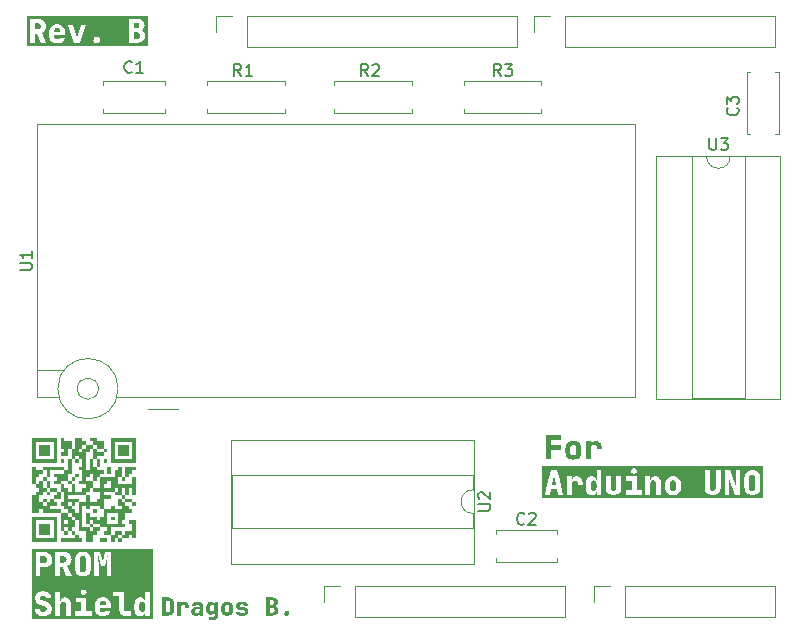
<source format=gbr>
%TF.GenerationSoftware,KiCad,Pcbnew,9.0.7*%
%TF.CreationDate,2026-02-16T17:56:09-05:00*%
%TF.ProjectId,prom-shield,70726f6d-2d73-4686-9965-6c642e6b6963,B*%
%TF.SameCoordinates,PX5f5e100PY5f5e100*%
%TF.FileFunction,Legend,Top*%
%TF.FilePolarity,Positive*%
%FSLAX46Y46*%
G04 Gerber Fmt 4.6, Leading zero omitted, Abs format (unit mm)*
G04 Created by KiCad (PCBNEW 9.0.7) date 2026-02-16 17:56:09*
%MOMM*%
%LPD*%
G01*
G04 APERTURE LIST*
%ADD10C,0.150000*%
%ADD11C,0.120000*%
%ADD12C,0.000000*%
G04 APERTURE END LIST*
D10*
G36*
X4108575Y51086490D02*
G01*
X4174342Y51059851D01*
X4223429Y51017862D01*
X4258422Y50962038D01*
X4280994Y50889918D01*
X4289253Y50796944D01*
X4289253Y50760552D01*
X3746423Y50754934D01*
X3746423Y50791326D01*
X3754913Y50884192D01*
X3778307Y50957405D01*
X3814933Y51015175D01*
X3866002Y51058846D01*
X3932921Y51086285D01*
X4020708Y51096264D01*
X4108575Y51086490D01*
G37*
G36*
X2429940Y51509822D02*
G01*
X2500731Y51485055D01*
X2556228Y51446019D01*
X2597881Y51392975D01*
X2623843Y51326261D01*
X2633164Y51241832D01*
X2623919Y51161261D01*
X2598048Y51097237D01*
X2556228Y51045950D01*
X2500952Y51008529D01*
X2430166Y50984656D01*
X2339462Y50975974D01*
X2098761Y50975974D01*
X2098761Y51518804D01*
X2339462Y51518804D01*
X2429940Y51509822D01*
G37*
G36*
X10834137Y50720746D02*
G01*
X10904619Y50695628D01*
X10960990Y50655649D01*
X11003692Y50601663D01*
X11030026Y50535263D01*
X11039392Y50452806D01*
X11029995Y50370384D01*
X11003642Y50304475D01*
X10960990Y50251305D01*
X10904722Y50212104D01*
X10834241Y50187412D01*
X10745568Y50178521D01*
X10482519Y50178521D01*
X10482519Y50729777D01*
X10745568Y50729777D01*
X10834137Y50720746D01*
G37*
G36*
X10808605Y51536216D02*
G01*
X10871714Y51514782D01*
X10921789Y51480946D01*
X10959791Y51434751D01*
X10983334Y51376749D01*
X10991765Y51303382D01*
X10983467Y51231745D01*
X10960025Y51173534D01*
X10921789Y51125695D01*
X10871506Y51090310D01*
X10808394Y51068022D01*
X10728838Y51059994D01*
X10482519Y51059994D01*
X10482519Y51543961D01*
X10728838Y51543961D01*
X10808605Y51536216D01*
G37*
G36*
X11684155Y49589813D02*
G01*
X1462425Y49589813D01*
X1462425Y50975974D01*
X1684647Y50975974D01*
X1684647Y49840000D01*
X2098761Y49840000D01*
X2098761Y50612296D01*
X2294644Y50612296D01*
X2624860Y49840000D01*
X3080861Y49840000D01*
X2694713Y50679463D01*
X2797080Y50735624D01*
X2861519Y50791326D01*
X3346353Y50791326D01*
X3346353Y50427649D01*
X3355997Y50306755D01*
X3383781Y50199810D01*
X3428907Y50104393D01*
X3491243Y50019424D01*
X3568962Y49947906D01*
X3663869Y49888971D01*
X3768163Y49847187D01*
X3886278Y49821138D01*
X4020708Y49812035D01*
X4182832Y49826492D01*
X4323200Y49867913D01*
X4445935Y49935133D01*
X4527056Y50002758D01*
X4589946Y50078686D01*
X4636368Y50163811D01*
X4666974Y50259732D01*
X4255669Y50259732D01*
X4231737Y50212163D01*
X4177267Y50175712D01*
X4106671Y50155113D01*
X4020708Y50147746D01*
X3931704Y50156268D01*
X3864857Y50179320D01*
X3814933Y50214913D01*
X3778972Y50264224D01*
X3755306Y50332982D01*
X3746423Y50427649D01*
X3746423Y50505929D01*
X4689323Y50505929D01*
X4689323Y50791326D01*
X4679681Y50912138D01*
X4651899Y51019044D01*
X4606769Y51114460D01*
X4544633Y51199679D01*
X4467793Y51271216D01*
X4374616Y51330004D01*
X4272128Y51371705D01*
X4239501Y51378975D01*
X4924040Y51378975D01*
X5436095Y49840000D01*
X5962072Y49840000D01*
X6045862Y50094624D01*
X7092062Y50094624D01*
X7101262Y50013937D01*
X7127470Y49946850D01*
X7170464Y49890315D01*
X7226990Y49847393D01*
X7294077Y49821223D01*
X7374773Y49812035D01*
X7455465Y49821225D01*
X7522508Y49847398D01*
X7578960Y49890315D01*
X7621953Y49946850D01*
X7648161Y50013937D01*
X7657362Y50094624D01*
X7648159Y50175307D01*
X7621948Y50242350D01*
X7578960Y50298811D01*
X7522499Y50341799D01*
X7455456Y50368010D01*
X7374773Y50377213D01*
X7294086Y50368012D01*
X7226999Y50341804D01*
X7170464Y50298811D01*
X7127475Y50242350D01*
X7101265Y50175307D01*
X7092062Y50094624D01*
X6045862Y50094624D01*
X6363541Y51059994D01*
X10076831Y51059994D01*
X10076831Y50178521D01*
X10076831Y49840000D01*
X10759612Y49840000D01*
X10897905Y49848782D01*
X11019715Y49873906D01*
X11127442Y49914128D01*
X11226694Y49971186D01*
X11308120Y50040004D01*
X11373761Y50121124D01*
X11422219Y50213274D01*
X11451747Y50315540D01*
X11461933Y50430335D01*
X11449336Y50557274D01*
X11412962Y50668228D01*
X11353791Y50765641D01*
X11275819Y50843106D01*
X11181417Y50897142D01*
X11072976Y50922851D01*
X11072976Y50928469D01*
X11168170Y50954073D01*
X11249374Y50999830D01*
X11319173Y51066954D01*
X11371172Y51148937D01*
X11403117Y51244299D01*
X11414305Y51356504D01*
X11404451Y51460034D01*
X11375908Y51551543D01*
X11328942Y51633476D01*
X11265971Y51704802D01*
X11187424Y51765834D01*
X11091050Y51816780D01*
X10987447Y51852367D01*
X10869364Y51874747D01*
X10734455Y51882603D01*
X10076831Y51882603D01*
X10076831Y51059994D01*
X6363541Y51059994D01*
X6468510Y51378975D01*
X6029239Y51378975D01*
X5766189Y50511546D01*
X5724180Y50352056D01*
X5699145Y50195374D01*
X5672522Y50352056D01*
X5626360Y50514355D01*
X5357693Y51378975D01*
X4924040Y51378975D01*
X4239501Y51378975D01*
X4155052Y51397792D01*
X4020708Y51406940D01*
X3886278Y51397837D01*
X3768163Y51371788D01*
X3663869Y51330004D01*
X3568971Y51271062D01*
X3491251Y51199505D01*
X3428907Y51114460D01*
X3383777Y51019044D01*
X3355994Y50912138D01*
X3346353Y50791326D01*
X2861519Y50791326D01*
X2883732Y50810527D01*
X2956297Y50905998D01*
X3009547Y51014076D01*
X3041833Y51131762D01*
X3052896Y51261372D01*
X3042577Y51385659D01*
X3012904Y51494828D01*
X2964724Y51591588D01*
X2898669Y51677106D01*
X2816808Y51748647D01*
X2717184Y51807010D01*
X2608366Y51847859D01*
X2483398Y51873560D01*
X2339462Y51882603D01*
X1684647Y51882603D01*
X1684647Y50975974D01*
X1462425Y50975974D01*
X1462425Y52104825D01*
X11684155Y52104825D01*
X11684155Y49589813D01*
G37*
G36*
X13484471Y2879743D02*
G01*
X13576466Y2859123D01*
X13657575Y2826045D01*
X13731407Y2779556D01*
X13792539Y2722810D01*
X13842223Y2655044D01*
X13878312Y2579075D01*
X13900596Y2493353D01*
X13908352Y2395841D01*
X13908352Y1848127D01*
X13900651Y1752018D01*
X13878416Y1666607D01*
X13842223Y1590023D01*
X13792514Y1521549D01*
X13731372Y1464106D01*
X13657575Y1416916D01*
X13576409Y1383273D01*
X13484419Y1362321D01*
X13379596Y1355000D01*
X12882165Y1355000D01*
X12882165Y1638292D01*
X13196964Y1638292D01*
X13379596Y1638292D01*
X13440145Y1645160D01*
X13490822Y1664774D01*
X13533836Y1697002D01*
X13566780Y1739432D01*
X13586698Y1789091D01*
X13593645Y1848127D01*
X13593645Y2395841D01*
X13586674Y2454845D01*
X13566740Y2504110D01*
X13533836Y2545868D01*
X13490889Y2577556D01*
X13440210Y2596884D01*
X13379596Y2603662D01*
X13196964Y2603662D01*
X13196964Y1638292D01*
X12882165Y1638292D01*
X12882165Y2886953D01*
X13379596Y2886953D01*
X13484471Y2879743D01*
G37*
G36*
X14189262Y1355000D02*
G01*
X14189262Y2509231D01*
X14493619Y2509231D01*
X14493619Y2290970D01*
X14517538Y2360894D01*
X14554056Y2418645D01*
X14603711Y2466183D01*
X14663344Y2500965D01*
X14733505Y2522581D01*
X14816752Y2530205D01*
X14902006Y2522306D01*
X14974349Y2499835D01*
X15036307Y2463541D01*
X15089602Y2412694D01*
X15130930Y2351833D01*
X15161666Y2279269D01*
X15181255Y2192744D01*
X15188245Y2089469D01*
X15188245Y1974065D01*
X14873447Y1974065D01*
X14873447Y2068495D01*
X14867506Y2126759D01*
X14851105Y2172301D01*
X14825178Y2207988D01*
X14790060Y2234603D01*
X14745496Y2251322D01*
X14688708Y2257356D01*
X14632483Y2250694D01*
X14587932Y2232037D01*
X14552329Y2201760D01*
X14526672Y2161967D01*
X14510123Y2110279D01*
X14504060Y2043307D01*
X14504060Y1355000D01*
X14189262Y1355000D01*
G37*
G36*
X16018749Y2522684D02*
G01*
X16114562Y2501698D01*
X16194169Y2468964D01*
X16260227Y2425242D01*
X16315595Y2368403D01*
X16355128Y2301919D01*
X16379639Y2223871D01*
X16388271Y2131418D01*
X16388271Y1355000D01*
X16084006Y1355000D01*
X16084006Y1554394D01*
X16062362Y1490557D01*
X16026103Y1437263D01*
X15973822Y1392736D01*
X15911784Y1361130D01*
X15837507Y1341148D01*
X15748233Y1334026D01*
X15662999Y1340858D01*
X15590532Y1360215D01*
X15528562Y1391130D01*
X15475383Y1433677D01*
X15431931Y1486522D01*
X15400753Y1546658D01*
X15381467Y1615500D01*
X15374725Y1694987D01*
X15378578Y1734829D01*
X15678990Y1734829D01*
X15684354Y1693584D01*
X15699919Y1658396D01*
X15726160Y1627759D01*
X15760035Y1605370D01*
X15803548Y1591034D01*
X15859425Y1585810D01*
X15923462Y1591847D01*
X15974672Y1608606D01*
X16015771Y1635086D01*
X16047787Y1671314D01*
X16066860Y1713700D01*
X16073473Y1764229D01*
X16073473Y1881741D01*
X15853105Y1881741D01*
X15798609Y1876620D01*
X15756517Y1862614D01*
X15724053Y1840800D01*
X15699116Y1810989D01*
X15684179Y1776186D01*
X15678990Y1734829D01*
X15378578Y1734829D01*
X15382925Y1779769D01*
X15406377Y1852342D01*
X15444541Y1915163D01*
X15498464Y1969851D01*
X15562305Y2011680D01*
X15639752Y2043114D01*
X15733513Y2063335D01*
X15846877Y2070602D01*
X16073473Y2070602D01*
X16073473Y2144058D01*
X16068182Y2185263D01*
X16053163Y2218554D01*
X16028319Y2245815D01*
X15996248Y2265234D01*
X15954202Y2277883D01*
X15899358Y2282543D01*
X15824920Y2273955D01*
X15772322Y2251036D01*
X15745762Y2226958D01*
X15728783Y2196758D01*
X15720939Y2158712D01*
X15422902Y2158712D01*
X15434042Y2240940D01*
X15460015Y2312169D01*
X15500634Y2374551D01*
X15557174Y2429455D01*
X15623131Y2471653D01*
X15701238Y2503071D01*
X15793767Y2523079D01*
X15903480Y2530205D01*
X16018749Y2522684D01*
G37*
G36*
X17107637Y2524143D02*
G01*
X17169309Y2506793D01*
X17223216Y2478731D01*
X17270533Y2440414D01*
X17310289Y2392913D01*
X17342834Y2335025D01*
X17342834Y2509231D01*
X17647099Y2509231D01*
X17647099Y1384401D01*
X17638478Y1292105D01*
X17613884Y1213305D01*
X17574035Y1145355D01*
X17518047Y1086455D01*
X17451118Y1040557D01*
X17371880Y1006555D01*
X17277987Y984963D01*
X17166521Y977279D01*
X16830748Y977279D01*
X16830748Y1229063D01*
X17156079Y1229063D01*
X17213214Y1234570D01*
X17257328Y1249651D01*
X17291359Y1273210D01*
X17317077Y1305370D01*
X17332960Y1345162D01*
X17338620Y1394843D01*
X17338620Y1438898D01*
X17340727Y1610998D01*
X17308142Y1553167D01*
X17268386Y1506022D01*
X17221109Y1468299D01*
X17167301Y1440787D01*
X17106286Y1423830D01*
X17036461Y1417924D01*
X16951536Y1425955D01*
X16878092Y1449001D01*
X16813857Y1486576D01*
X16757292Y1539648D01*
X16713056Y1602919D01*
X16680414Y1677409D01*
X16659754Y1765247D01*
X16652420Y1869101D01*
X16652420Y2068495D01*
X16967219Y2068495D01*
X16967219Y1879634D01*
X16973042Y1821279D01*
X16989092Y1775706D01*
X17014388Y1740049D01*
X17048884Y1713522D01*
X17093047Y1696819D01*
X17149760Y1690773D01*
X17205067Y1696745D01*
X17248968Y1713388D01*
X17284032Y1740049D01*
X17309963Y1775792D01*
X17326362Y1821369D01*
X17332301Y1879634D01*
X17332301Y2068495D01*
X17326359Y2126759D01*
X17309959Y2172301D01*
X17284032Y2207988D01*
X17248961Y2234703D01*
X17205060Y2251374D01*
X17149760Y2257356D01*
X17093054Y2251301D01*
X17048892Y2234569D01*
X17014388Y2207988D01*
X16989096Y2172388D01*
X16973044Y2126848D01*
X16967219Y2068495D01*
X16652420Y2068495D01*
X16652420Y2079028D01*
X16659711Y2181699D01*
X16680305Y2269046D01*
X16712941Y2343601D01*
X16757292Y2407382D01*
X16813926Y2460985D01*
X16878186Y2498889D01*
X16951604Y2522116D01*
X17036461Y2530205D01*
X17107637Y2524143D01*
G37*
G36*
X18517094Y2523312D02*
G01*
X18605560Y2503717D01*
X18682445Y2472503D01*
X18752328Y2428412D01*
X18809958Y2374760D01*
X18856559Y2310845D01*
X18890407Y2239283D01*
X18911244Y2159104D01*
X18918475Y2068495D01*
X18918475Y1795737D01*
X18911242Y1705067D01*
X18890404Y1624858D01*
X18856559Y1553295D01*
X18809963Y1489438D01*
X18752334Y1435814D01*
X18682445Y1391729D01*
X18605560Y1360515D01*
X18517094Y1340920D01*
X18414907Y1334026D01*
X18314086Y1340872D01*
X18225891Y1360424D01*
X18148377Y1391729D01*
X18077839Y1435870D01*
X18019864Y1489501D01*
X17973163Y1553295D01*
X17939319Y1624858D01*
X17918480Y1705067D01*
X17911248Y1795737D01*
X17911248Y2068495D01*
X18226046Y2068495D01*
X18226046Y1795737D01*
X18232093Y1737490D01*
X18248812Y1691884D01*
X18275322Y1656060D01*
X18311091Y1629554D01*
X18356663Y1612833D01*
X18414907Y1606784D01*
X18474504Y1612903D01*
X18520303Y1629681D01*
X18555499Y1656060D01*
X18581426Y1691805D01*
X18597827Y1737409D01*
X18603768Y1795737D01*
X18603768Y2068495D01*
X18597755Y2128177D01*
X18581296Y2173972D01*
X18555499Y2209087D01*
X18520384Y2234884D01*
X18474589Y2251343D01*
X18414907Y2257356D01*
X18356581Y2251412D01*
X18311011Y2235010D01*
X18275322Y2209087D01*
X18248943Y2173891D01*
X18232165Y2128092D01*
X18226046Y2068495D01*
X17911248Y2068495D01*
X17918479Y2159104D01*
X17939316Y2239283D01*
X17973163Y2310845D01*
X18019870Y2374696D01*
X18077846Y2428356D01*
X18148377Y2472503D01*
X18225891Y2503807D01*
X18314086Y2523360D01*
X18414907Y2530205D01*
X18517094Y2523312D01*
G37*
G36*
X19625466Y1334026D02*
G01*
X19531141Y1339402D01*
X19448413Y1354723D01*
X19375697Y1379089D01*
X19307915Y1414093D01*
X19252872Y1455685D01*
X19208910Y1503928D01*
X19175899Y1559663D01*
X19155957Y1621400D01*
X19149101Y1690773D01*
X19457580Y1690773D01*
X19462754Y1653924D01*
X19477346Y1625191D01*
X19501635Y1602571D01*
X19551302Y1581402D01*
X19625466Y1573262D01*
X19717790Y1573262D01*
X19797898Y1581460D01*
X19850963Y1602571D01*
X19877502Y1625310D01*
X19892905Y1652768D01*
X19898224Y1686560D01*
X19888358Y1732761D01*
X19860397Y1763130D01*
X19816904Y1782147D01*
X19745084Y1795737D01*
X19480661Y1827152D01*
X19382955Y1849450D01*
X19305947Y1887753D01*
X19245546Y1941458D01*
X19200720Y2009141D01*
X19173325Y2087587D01*
X19163756Y2179686D01*
X19173066Y2273362D01*
X19199023Y2348617D01*
X19240378Y2409454D01*
X19298249Y2458358D01*
X19375958Y2495956D01*
X19478640Y2520935D01*
X19612827Y2530205D01*
X19711470Y2530205D01*
X19818288Y2523647D01*
X19908559Y2505238D01*
X19984861Y2476386D01*
X20049350Y2437790D01*
X20105168Y2386869D01*
X20143852Y2329639D01*
X20167211Y2264815D01*
X20175287Y2190219D01*
X19866809Y2190219D01*
X19856508Y2234948D01*
X19825867Y2267889D01*
X19779786Y2287622D01*
X19711470Y2295183D01*
X19612827Y2295183D01*
X19544964Y2287514D01*
X19501543Y2267889D01*
X19473332Y2235532D01*
X19463808Y2192326D01*
X19473458Y2151097D01*
X19500536Y2127205D01*
X19541375Y2113417D01*
X19604492Y2102109D01*
X19856276Y2070602D01*
X19940538Y2054013D01*
X20009732Y2028090D01*
X20066346Y1993713D01*
X20112273Y1950984D01*
X20158900Y1880712D01*
X20188003Y1795319D01*
X20198368Y1690773D01*
X20190239Y1608024D01*
X20167101Y1538130D01*
X20129588Y1478472D01*
X20076644Y1427357D01*
X20014458Y1389320D01*
X19936313Y1360126D01*
X19838780Y1340997D01*
X19717790Y1334026D01*
X19625466Y1334026D01*
G37*
G36*
X22294678Y2881060D02*
G01*
X22383241Y2864276D01*
X22460942Y2837585D01*
X22533223Y2799376D01*
X22592134Y2753602D01*
X22639362Y2700107D01*
X22674586Y2638657D01*
X22695993Y2570026D01*
X22703384Y2492378D01*
X22694993Y2408224D01*
X22671034Y2336703D01*
X22632035Y2275216D01*
X22579686Y2224872D01*
X22518783Y2190555D01*
X22447387Y2171352D01*
X22447387Y2167138D01*
X22528718Y2147857D01*
X22599520Y2107330D01*
X22657998Y2049231D01*
X22702377Y1976171D01*
X22729657Y1892956D01*
X22739105Y1797752D01*
X22731465Y1711655D01*
X22709320Y1634956D01*
X22672976Y1565843D01*
X22623745Y1505003D01*
X22562675Y1453390D01*
X22488237Y1410596D01*
X22407442Y1380430D01*
X22316084Y1361587D01*
X22212364Y1355000D01*
X21700279Y1355000D01*
X21700279Y1608891D01*
X22004544Y1608891D01*
X22201831Y1608891D01*
X22268336Y1615559D01*
X22321197Y1634078D01*
X22363398Y1663479D01*
X22395387Y1703356D01*
X22415151Y1752788D01*
X22422199Y1814604D01*
X22415175Y1876447D01*
X22395424Y1926248D01*
X22363398Y1966737D01*
X22321119Y1996721D01*
X22268258Y2015559D01*
X22201831Y2022333D01*
X22004544Y2022333D01*
X22004544Y1608891D01*
X21700279Y1608891D01*
X21700279Y2269995D01*
X22004544Y2269995D01*
X22189283Y2269995D01*
X22248951Y2276017D01*
X22296285Y2292732D01*
X22333997Y2319271D01*
X22362674Y2355151D01*
X22380256Y2398809D01*
X22386479Y2452536D01*
X22380156Y2507562D01*
X22362498Y2551064D01*
X22333997Y2585710D01*
X22296440Y2611087D01*
X22249109Y2627162D01*
X22189283Y2632971D01*
X22004544Y2632971D01*
X22004544Y2269995D01*
X21700279Y2269995D01*
X21700279Y2886953D01*
X22193497Y2886953D01*
X22294678Y2881060D01*
G37*
G36*
X23450218Y1334026D02*
G01*
X23389696Y1340917D01*
X23339381Y1360545D01*
X23296986Y1392736D01*
X23264741Y1435138D01*
X23245084Y1485453D01*
X23238184Y1545968D01*
X23245086Y1606480D01*
X23264744Y1656762D01*
X23296986Y1699108D01*
X23339388Y1731353D01*
X23389703Y1751009D01*
X23450218Y1757910D01*
X23510730Y1751007D01*
X23561012Y1731350D01*
X23603358Y1699108D01*
X23635599Y1656762D01*
X23655257Y1606480D01*
X23662159Y1545968D01*
X23655259Y1485453D01*
X23635603Y1435138D01*
X23603358Y1392736D01*
X23561019Y1360548D01*
X23510737Y1340919D01*
X23450218Y1334026D01*
G37*
G36*
X45395882Y14590000D02*
G01*
X45395882Y16632603D01*
X46710886Y16632603D01*
X46710886Y16240838D01*
X45809996Y16240838D01*
X45809996Y15787523D01*
X46638224Y15787523D01*
X46638224Y15395880D01*
X45815614Y15395880D01*
X45815614Y14590000D01*
X45395882Y14590000D01*
G37*
G36*
X47854148Y16147749D02*
G01*
X47972103Y16121622D01*
X48074616Y16080004D01*
X48167793Y16021216D01*
X48244633Y15949679D01*
X48306769Y15864460D01*
X48351899Y15769044D01*
X48379681Y15662138D01*
X48389323Y15541326D01*
X48389323Y15177649D01*
X48379679Y15056755D01*
X48351895Y14949810D01*
X48306769Y14854393D01*
X48244641Y14769250D01*
X48167802Y14697752D01*
X48074616Y14638971D01*
X47972103Y14597353D01*
X47854148Y14571226D01*
X47717899Y14562035D01*
X47583471Y14571162D01*
X47465878Y14597232D01*
X47362526Y14638971D01*
X47268476Y14697827D01*
X47191175Y14769335D01*
X47128907Y14854393D01*
X47083781Y14949810D01*
X47055997Y15056755D01*
X47046353Y15177649D01*
X47046353Y15541326D01*
X47466085Y15541326D01*
X47466085Y15177649D01*
X47474147Y15099987D01*
X47496439Y15039179D01*
X47531786Y14991414D01*
X47579477Y14956071D01*
X47640240Y14933777D01*
X47717899Y14925712D01*
X47797361Y14933871D01*
X47858427Y14956241D01*
X47905355Y14991414D01*
X47939924Y15039073D01*
X47961792Y15099878D01*
X47969713Y15177649D01*
X47969713Y15541326D01*
X47961696Y15620902D01*
X47939752Y15681963D01*
X47905355Y15728783D01*
X47858535Y15763179D01*
X47797475Y15785124D01*
X47717899Y15793141D01*
X47640131Y15785216D01*
X47579371Y15763347D01*
X47531786Y15728783D01*
X47496613Y15681854D01*
X47474243Y15620789D01*
X47466085Y15541326D01*
X47046353Y15541326D01*
X47055994Y15662138D01*
X47083777Y15769044D01*
X47128907Y15864460D01*
X47191183Y15949594D01*
X47268484Y16021141D01*
X47362526Y16080004D01*
X47465878Y16121743D01*
X47583471Y16147813D01*
X47717899Y16156940D01*
X47854148Y16147749D01*
G37*
G36*
X48797452Y14590000D02*
G01*
X48797452Y16128975D01*
X49203262Y16128975D01*
X49203262Y15837959D01*
X49235154Y15931191D01*
X49283846Y16008193D01*
X49350052Y16071578D01*
X49429562Y16117953D01*
X49523111Y16146775D01*
X49634106Y16156940D01*
X49747778Y16146408D01*
X49844236Y16116446D01*
X49926846Y16068055D01*
X49997906Y16000259D01*
X50053011Y15919111D01*
X50093992Y15822358D01*
X50120110Y15706992D01*
X50129431Y15569292D01*
X50129431Y15415419D01*
X49709699Y15415419D01*
X49709699Y15541326D01*
X49701778Y15619012D01*
X49679911Y15679735D01*
X49645341Y15727317D01*
X49598517Y15762804D01*
X49539098Y15785096D01*
X49463381Y15793141D01*
X49388414Y15784259D01*
X49329013Y15759383D01*
X49281542Y15719013D01*
X49247333Y15665956D01*
X49225268Y15597039D01*
X49217184Y15507743D01*
X49217184Y14590000D01*
X48797452Y14590000D01*
G37*
G36*
X7965448Y2586490D02*
G01*
X8031216Y2559851D01*
X8080303Y2517862D01*
X8115296Y2462038D01*
X8137868Y2389918D01*
X8146127Y2296944D01*
X8146127Y2260552D01*
X7603297Y2254934D01*
X7603297Y2291326D01*
X7611786Y2384192D01*
X7635181Y2457405D01*
X7671807Y2515175D01*
X7722875Y2558846D01*
X7789795Y2586285D01*
X7877581Y2596264D01*
X7965448Y2586490D01*
G37*
G36*
X11297688Y2534708D02*
G01*
X11357378Y2511455D01*
X11403593Y2474509D01*
X11437152Y2425157D01*
X11458714Y2360904D01*
X11466608Y2277405D01*
X11466608Y1941571D01*
X11458715Y1857986D01*
X11437152Y1793651D01*
X11403593Y1744222D01*
X11357387Y1707347D01*
X11297698Y1684132D01*
X11220411Y1675712D01*
X11146698Y1683706D01*
X11088659Y1705916D01*
X11042725Y1741414D01*
X11009002Y1788958D01*
X10987599Y1849759D01*
X10979832Y1927649D01*
X10979832Y2291326D01*
X10987693Y2371026D01*
X11009173Y2432081D01*
X11042725Y2478783D01*
X11088554Y2513497D01*
X11146589Y2535285D01*
X11220411Y2543141D01*
X11297688Y2534708D01*
G37*
G36*
X6291649Y6395489D02*
G01*
X6359294Y6365266D01*
X6406647Y6317913D01*
X6436870Y6250268D01*
X6448150Y6154955D01*
X6448150Y5287649D01*
X6436867Y5192280D01*
X6406639Y5124600D01*
X6359283Y5077228D01*
X6291639Y5046995D01*
X6196336Y5035712D01*
X6101033Y5046995D01*
X6033389Y5077228D01*
X5986032Y5124600D01*
X5955804Y5192280D01*
X5944521Y5287649D01*
X5944521Y6154955D01*
X5955802Y6250268D01*
X5986025Y6317913D01*
X6033378Y6365266D01*
X6101023Y6395489D01*
X6196336Y6406770D01*
X6291649Y6395489D01*
G37*
G36*
X2967514Y6369145D02*
G01*
X3037680Y6341886D01*
X3095429Y6297593D01*
X3139450Y6239369D01*
X3165970Y6172199D01*
X3175174Y6093406D01*
X3165972Y6014610D01*
X3139454Y5947396D01*
X3095429Y5889097D01*
X3037689Y5844876D01*
X2967523Y5817655D01*
X2881350Y5808008D01*
X2604378Y5808008D01*
X2604378Y6378804D01*
X2881350Y6378804D01*
X2967514Y6369145D01*
G37*
G36*
X4608377Y6369822D02*
G01*
X4679168Y6345055D01*
X4734665Y6306019D01*
X4776318Y6252975D01*
X4802280Y6186261D01*
X4811601Y6101832D01*
X4802356Y6021261D01*
X4776485Y5957237D01*
X4734665Y5905950D01*
X4679389Y5868529D01*
X4608603Y5844656D01*
X4517899Y5835974D01*
X4277198Y5835974D01*
X4277198Y6378804D01*
X4517899Y6378804D01*
X4608377Y6369822D01*
G37*
G36*
X12108561Y1089813D02*
G01*
X1909302Y1089813D01*
X1909302Y1927649D01*
X2131524Y1927649D01*
X2141808Y1805174D01*
X2171417Y1697371D01*
X2219574Y1601585D01*
X2285664Y1517050D01*
X2367973Y1445922D01*
X2468579Y1387506D01*
X2578316Y1346603D01*
X2702928Y1321001D01*
X2844958Y1312035D01*
X2987147Y1320898D01*
X3080842Y1340000D01*
X3863084Y1340000D01*
X4282815Y1340000D01*
X4282815Y2291326D01*
X4290583Y2369131D01*
X4311985Y2429850D01*
X4345708Y2477317D01*
X4391594Y2513011D01*
X4448819Y2535199D01*
X4520708Y2543141D01*
X4592511Y2535199D01*
X4649655Y2513012D01*
X4695464Y2477317D01*
X4729257Y2429841D01*
X4750698Y2369121D01*
X4758478Y2291326D01*
X4758478Y1340000D01*
X5178210Y1340000D01*
X5178210Y1717722D01*
X5552756Y1717722D01*
X5552756Y1340000D01*
X6923813Y1340000D01*
X6923813Y1717722D01*
X6481734Y1717722D01*
X6481734Y2291326D01*
X7203227Y2291326D01*
X7203227Y1927649D01*
X7212870Y1806755D01*
X7240655Y1699810D01*
X7285781Y1604393D01*
X7348117Y1519424D01*
X7425836Y1447906D01*
X7520743Y1388971D01*
X7625037Y1347187D01*
X7743152Y1321138D01*
X7877581Y1312035D01*
X8039705Y1326492D01*
X8180074Y1367913D01*
X8302808Y1435133D01*
X8383930Y1502758D01*
X8446820Y1578686D01*
X8493242Y1663811D01*
X8523848Y1759732D01*
X8112543Y1759732D01*
X8088610Y1712163D01*
X8034141Y1675712D01*
X7963545Y1655113D01*
X7877581Y1647746D01*
X7788578Y1656268D01*
X7721730Y1679320D01*
X7671807Y1714913D01*
X7635846Y1764224D01*
X7612179Y1832982D01*
X7603297Y1927649D01*
X7603297Y2005929D01*
X8546196Y2005929D01*
X8546196Y2291326D01*
X8536555Y2412138D01*
X8508772Y2519044D01*
X8463642Y2614460D01*
X8401507Y2699679D01*
X8324667Y2771216D01*
X8231489Y2830004D01*
X8129002Y2871705D01*
X8011926Y2897792D01*
X7877581Y2906940D01*
X7743152Y2897837D01*
X7625037Y2871788D01*
X7520743Y2830004D01*
X7425844Y2771062D01*
X7348124Y2699505D01*
X7285781Y2614460D01*
X7240651Y2519044D01*
X7212868Y2412138D01*
X7203227Y2291326D01*
X6481734Y2291326D01*
X6481734Y2878975D01*
X5608688Y2878975D01*
X5608688Y2501131D01*
X6062002Y2501131D01*
X6062002Y1717722D01*
X5552756Y1717722D01*
X5178210Y1717722D01*
X5178210Y2333336D01*
X5168817Y2463053D01*
X5142236Y2573787D01*
X5099996Y2668692D01*
X5042411Y2750259D01*
X4969327Y2818609D01*
X4886504Y2866975D01*
X4791988Y2896618D01*
X4682885Y2906940D01*
X4581188Y2897299D01*
X4493017Y2869601D01*
X4415683Y2824386D01*
X4350454Y2763226D01*
X4301763Y2689778D01*
X4268771Y2601881D01*
X4282815Y2878975D01*
X4282815Y3004882D01*
X8783722Y3004882D01*
X9273307Y3004882D01*
X9273307Y1885639D01*
X9281319Y1779223D01*
X9304402Y1684748D01*
X9341817Y1600241D01*
X9393784Y1524034D01*
X9457340Y1460478D01*
X9533548Y1408511D01*
X9618055Y1371096D01*
X9712530Y1348012D01*
X9818946Y1340000D01*
X10294609Y1340000D01*
X10294609Y1717722D01*
X9860956Y1717722D01*
X9791913Y1730637D01*
X9739200Y1768036D01*
X9705092Y1824692D01*
X9693039Y1899561D01*
X9693039Y2305370D01*
X10560101Y2305370D01*
X10560101Y2291326D01*
X10560101Y1913605D01*
X10569739Y1776630D01*
X10596956Y1660115D01*
X10640062Y1560694D01*
X10698586Y1475677D01*
X10773466Y1403716D01*
X10856988Y1353275D01*
X10950954Y1322633D01*
X11058112Y1312035D01*
X11158076Y1321354D01*
X11244856Y1348124D01*
X11321039Y1391780D01*
X11386199Y1451003D01*
X11439324Y1525243D01*
X11480652Y1616972D01*
X11480652Y1340000D01*
X11886339Y1340000D01*
X11886339Y3382603D01*
X11466608Y3382603D01*
X11466608Y2962872D01*
X11477843Y2610308D01*
X11436647Y2700254D01*
X11384010Y2772654D01*
X11319696Y2830004D01*
X11244541Y2871999D01*
X11158227Y2897891D01*
X11058112Y2906940D01*
X10950961Y2896336D01*
X10856998Y2865674D01*
X10773473Y2815196D01*
X10698586Y2743176D01*
X10640066Y2658218D01*
X10596961Y2558841D01*
X10569741Y2442348D01*
X10560101Y2305370D01*
X9693039Y2305370D01*
X9693039Y3382603D01*
X8783722Y3382603D01*
X8783722Y3004882D01*
X4282815Y3004882D01*
X4282815Y3340594D01*
X6000331Y3340594D01*
X6008348Y3276578D01*
X6031153Y3224340D01*
X6068841Y3181103D01*
X6117688Y3149425D01*
X6177792Y3129501D01*
X6252145Y3122363D01*
X6326580Y3129506D01*
X6386676Y3149434D01*
X6435450Y3181103D01*
X6473138Y3224340D01*
X6495942Y3276578D01*
X6503960Y3340594D01*
X6495942Y3404609D01*
X6473138Y3456848D01*
X6435450Y3500084D01*
X6386676Y3531753D01*
X6326580Y3551681D01*
X6252145Y3558825D01*
X6177792Y3551687D01*
X6117688Y3531763D01*
X6068841Y3500084D01*
X6031153Y3456848D01*
X6008348Y3404609D01*
X6000331Y3340594D01*
X4282815Y3340594D01*
X4282815Y3382603D01*
X3863084Y3382603D01*
X3863084Y1340000D01*
X3080842Y1340000D01*
X3110758Y1346099D01*
X3218527Y1386162D01*
X3317287Y1443602D01*
X3397715Y1513779D01*
X3461915Y1597432D01*
X3508698Y1692124D01*
X3537361Y1797651D01*
X3547278Y1916414D01*
X3538009Y2039285D01*
X3511123Y2150083D01*
X3467245Y2250826D01*
X3405983Y2343106D01*
X3329816Y2423559D01*
X3241844Y2488452D01*
X3140638Y2538609D01*
X3024110Y2573915D01*
X2766678Y2632656D01*
X2676519Y2665203D01*
X2618755Y2709527D01*
X2585273Y2765477D01*
X2573604Y2836965D01*
X2581415Y2899207D01*
X2603736Y2950579D01*
X2640771Y2993647D01*
X2688811Y3025042D01*
X2750070Y3045098D01*
X2828227Y3052387D01*
X2908215Y3044946D01*
X2971366Y3024411D01*
X3021301Y2992181D01*
X3059617Y2947883D01*
X3082996Y2893433D01*
X3091277Y2825730D01*
X3499773Y2825730D01*
X3487640Y2957103D01*
X3452975Y3069776D01*
X3396765Y3167384D01*
X3317812Y3252422D01*
X3223173Y3319282D01*
X3112220Y3368488D01*
X2981867Y3399558D01*
X2828227Y3410569D01*
X2674377Y3399585D01*
X2544780Y3368689D01*
X2435336Y3319933D01*
X2342794Y3253887D01*
X2266204Y3169792D01*
X2211256Y3071943D01*
X2177122Y2957613D01*
X2165108Y2822921D01*
X2174233Y2713214D01*
X2200834Y2613734D01*
X2244607Y2522559D01*
X2306402Y2438238D01*
X2409256Y2344381D01*
X2535110Y2272046D01*
X2688276Y2221351D01*
X2937404Y2162610D01*
X2999129Y2141735D01*
X3047742Y2111411D01*
X3085537Y2071630D01*
X3123304Y1998756D01*
X3135973Y1916414D01*
X3127076Y1847174D01*
X3101569Y1789786D01*
X3059036Y1741414D01*
X3004142Y1706330D01*
X2934169Y1683878D01*
X2844958Y1675712D01*
X2754074Y1684109D01*
X2681202Y1707425D01*
X2622575Y1744222D01*
X2576874Y1794858D01*
X2549545Y1854991D01*
X2540020Y1927649D01*
X2131524Y1927649D01*
X1909302Y1927649D01*
X1909302Y5808008D01*
X2184647Y5808008D01*
X2184647Y4700000D01*
X2604378Y4700000D01*
X2604378Y5444331D01*
X2881350Y5444331D01*
X3023174Y5453952D01*
X3147233Y5481429D01*
X3256263Y5525419D01*
X3355652Y5587427D01*
X3438094Y5663100D01*
X3505268Y5753420D01*
X3545317Y5835974D01*
X3863084Y5835974D01*
X3863084Y4700000D01*
X4277198Y4700000D01*
X4277198Y5472296D01*
X4473080Y5472296D01*
X4803297Y4700000D01*
X5259298Y4700000D01*
X4873150Y5539463D01*
X4975517Y5595624D01*
X5062169Y5670527D01*
X5134734Y5765998D01*
X5187984Y5874076D01*
X5220270Y5991762D01*
X5231332Y6121372D01*
X5230866Y6126989D01*
X5524790Y6126989D01*
X5524790Y5315615D01*
X5537144Y5169344D01*
X5572237Y5044689D01*
X5628565Y4937687D01*
X5706629Y4845447D01*
X5802226Y4771544D01*
X5913539Y4717705D01*
X6043589Y4683951D01*
X6196336Y4672035D01*
X6349017Y4683949D01*
X6410846Y4700000D01*
X7152791Y4700000D01*
X7536130Y4700000D01*
X7536130Y5483409D01*
X7528519Y5800205D01*
X7506699Y6086445D01*
X7449424Y6549529D01*
X7701238Y5567429D01*
X8036950Y5567429D01*
X8294382Y6574686D01*
X8239794Y6075210D01*
X8220050Y5788213D01*
X8213293Y5483409D01*
X8213293Y4700000D01*
X8596632Y4700000D01*
X8596632Y6742603D01*
X8078960Y6742603D01*
X7871964Y5869557D01*
X7664846Y6742603D01*
X7152791Y6742603D01*
X7152791Y4700000D01*
X6410846Y4700000D01*
X6479027Y4717700D01*
X6590323Y4771539D01*
X6685921Y4845447D01*
X6763985Y4937687D01*
X6820313Y5044689D01*
X6855406Y5169344D01*
X6867759Y5315615D01*
X6867759Y6126989D01*
X6855339Y6274808D01*
X6820146Y6400091D01*
X6763810Y6506980D01*
X6685921Y6598500D01*
X6590407Y6671784D01*
X6479142Y6725216D01*
X6349101Y6758733D01*
X6196336Y6770569D01*
X6043504Y6758731D01*
X5913424Y6725211D01*
X5802141Y6671779D01*
X5706629Y6598500D01*
X5628740Y6506980D01*
X5572404Y6400091D01*
X5537211Y6274808D01*
X5527140Y6154955D01*
X5524790Y6126989D01*
X5230866Y6126989D01*
X5221014Y6245659D01*
X5191341Y6354828D01*
X5143161Y6451588D01*
X5077106Y6537106D01*
X4995245Y6608647D01*
X4895621Y6667010D01*
X4786803Y6707859D01*
X4661835Y6733560D01*
X4517899Y6742603D01*
X3863084Y6742603D01*
X3863084Y5835974D01*
X3545317Y5835974D01*
X3554414Y5854726D01*
X3584506Y5967235D01*
X3594905Y6093406D01*
X3584587Y6221521D01*
X3554900Y6334411D01*
X3506734Y6434735D01*
X3440367Y6524077D01*
X3357987Y6599334D01*
X3257728Y6661393D01*
X3147750Y6705497D01*
X3023170Y6732993D01*
X2881350Y6742603D01*
X2184647Y6742603D01*
X2184647Y5808008D01*
X1909302Y5808008D01*
X1909302Y6992791D01*
X12108561Y6992791D01*
X12108561Y1089813D01*
G37*
G36*
X49512377Y12784708D02*
G01*
X49572067Y12761455D01*
X49618283Y12724509D01*
X49651842Y12675157D01*
X49673404Y12610904D01*
X49681297Y12527405D01*
X49681297Y12191571D01*
X49673404Y12107986D01*
X49651842Y12043651D01*
X49618283Y11994222D01*
X49572077Y11957347D01*
X49512387Y11934132D01*
X49435101Y11925712D01*
X49361387Y11933706D01*
X49303349Y11955916D01*
X49257414Y11991414D01*
X49223692Y12038958D01*
X49202289Y12099759D01*
X49194521Y12177649D01*
X49194521Y12541326D01*
X49202383Y12621026D01*
X49223862Y12682081D01*
X49257414Y12728783D01*
X49303244Y12763497D01*
X49361279Y12785285D01*
X49435101Y12793141D01*
X49512377Y12784708D01*
G37*
G36*
X56239659Y12785124D02*
G01*
X56300720Y12763179D01*
X56347540Y12728783D01*
X56381936Y12681963D01*
X56403881Y12620902D01*
X56411898Y12541326D01*
X56411898Y12177649D01*
X56403976Y12099878D01*
X56382108Y12039073D01*
X56347540Y11991414D01*
X56300611Y11956241D01*
X56239546Y11933871D01*
X56160083Y11925712D01*
X56082424Y11933777D01*
X56021661Y11956071D01*
X55973970Y11991414D01*
X55938623Y12039179D01*
X55916331Y12099987D01*
X55908269Y12177649D01*
X55908269Y12541326D01*
X55916427Y12620789D01*
X55938798Y12681854D01*
X55973970Y12728783D01*
X56021555Y12763347D01*
X56082315Y12785216D01*
X56160083Y12793141D01*
X56239659Y12785124D01*
G37*
G36*
X62969144Y13285489D02*
G01*
X63036789Y13255266D01*
X63084142Y13207913D01*
X63114365Y13140268D01*
X63125645Y13044955D01*
X63125645Y12177649D01*
X63114362Y12082280D01*
X63084134Y12014600D01*
X63036777Y11967228D01*
X62969134Y11936995D01*
X62873831Y11925712D01*
X62778527Y11936995D01*
X62710884Y11967228D01*
X62663527Y12014600D01*
X62633299Y12082280D01*
X62622016Y12177649D01*
X62622016Y13044955D01*
X62633297Y13140268D01*
X62663519Y13207913D01*
X62710872Y13255266D01*
X62778518Y13285489D01*
X62873831Y13296770D01*
X62969144Y13285489D01*
G37*
G36*
X46121580Y13091117D02*
G01*
X46162124Y12879847D01*
X46260066Y12387453D01*
X45915928Y12387453D01*
X46019487Y12882656D01*
X46060031Y13092460D01*
X46089462Y13254882D01*
X46121580Y13091117D01*
G37*
G36*
X63767476Y11339813D02*
G01*
X45097753Y11339813D01*
X45097753Y11590000D01*
X45319975Y11590000D01*
X45748011Y11590000D01*
X45845952Y12051619D01*
X46332850Y12051619D01*
X46430792Y11590000D01*
X46858827Y11590000D01*
X46477258Y13128975D01*
X47169016Y13128975D01*
X47169016Y11590000D01*
X47588747Y11590000D01*
X47588747Y12507743D01*
X47596831Y12597039D01*
X47618896Y12665956D01*
X47653105Y12719013D01*
X47700576Y12759383D01*
X47759977Y12784259D01*
X47834944Y12793141D01*
X47910661Y12785096D01*
X47970081Y12762804D01*
X48016905Y12727317D01*
X48051474Y12679735D01*
X48073341Y12619012D01*
X48081263Y12541326D01*
X48081263Y12415419D01*
X48500994Y12415419D01*
X48500994Y12555370D01*
X48774790Y12555370D01*
X48774790Y12541326D01*
X48774790Y12163605D01*
X48784429Y12026630D01*
X48811646Y11910115D01*
X48854752Y11810694D01*
X48913276Y11725677D01*
X48988155Y11653716D01*
X49071677Y11603275D01*
X49165643Y11572633D01*
X49272801Y11562035D01*
X49372766Y11571354D01*
X49459546Y11598124D01*
X49535729Y11641780D01*
X49600889Y11701003D01*
X49654014Y11775243D01*
X49695341Y11866972D01*
X49695341Y11590000D01*
X50101029Y11590000D01*
X50101029Y12188762D01*
X50464340Y12188762D01*
X50476296Y12044996D01*
X50510170Y11923065D01*
X50564366Y11818986D01*
X50639218Y11729830D01*
X50731095Y11658883D01*
X50840210Y11606748D01*
X50969966Y11573767D01*
X51124773Y11562035D01*
X51278029Y11573625D01*
X51407128Y11606275D01*
X51516280Y11657996D01*
X51608740Y11728486D01*
X51684107Y11817018D01*
X51738753Y11921015D01*
X51751800Y11967722D01*
X52159630Y11967722D01*
X52159630Y11590000D01*
X53530687Y11590000D01*
X53530687Y11967722D01*
X53088607Y11967722D01*
X53088607Y13128975D01*
X53826831Y13128975D01*
X53826831Y11590000D01*
X54246563Y11590000D01*
X54246563Y12541326D01*
X54254330Y12619131D01*
X54275732Y12679850D01*
X54309455Y12727317D01*
X54355341Y12763011D01*
X54412567Y12785199D01*
X54484455Y12793141D01*
X54556258Y12785199D01*
X54613402Y12763012D01*
X54659211Y12727317D01*
X54693004Y12679841D01*
X54714445Y12619121D01*
X54722226Y12541326D01*
X54722226Y11590000D01*
X55141957Y11590000D01*
X55141957Y12541326D01*
X55488538Y12541326D01*
X55488538Y12177649D01*
X55498181Y12056755D01*
X55525965Y11949810D01*
X55571092Y11854393D01*
X55633359Y11769335D01*
X55710660Y11697827D01*
X55804710Y11638971D01*
X55908062Y11597232D01*
X56025655Y11571162D01*
X56160083Y11562035D01*
X56296332Y11571226D01*
X56414287Y11597353D01*
X56516800Y11638971D01*
X56609986Y11697752D01*
X56686825Y11769250D01*
X56748953Y11854393D01*
X56794079Y11949810D01*
X56821864Y12056755D01*
X56831507Y12177649D01*
X56831507Y12188762D01*
X58845411Y12188762D01*
X58857678Y12045350D01*
X58892488Y11923543D01*
X58948340Y11819335D01*
X59025785Y11729830D01*
X59120356Y11658691D01*
X59231461Y11606547D01*
X59362289Y11573682D01*
X59516957Y11562035D01*
X59671467Y11573768D01*
X59735533Y11590000D01*
X60523848Y11590000D01*
X60893143Y11590000D01*
X60893143Y12485395D01*
X60886182Y12709243D01*
X60870795Y12958249D01*
X60853942Y13170862D01*
X61377233Y11590000D01*
X61866817Y11590000D01*
X61866817Y13016989D01*
X62202285Y13016989D01*
X62202285Y12205615D01*
X62214639Y12059344D01*
X62249731Y11934689D01*
X62306060Y11827687D01*
X62384124Y11735447D01*
X62479721Y11661544D01*
X62591033Y11607705D01*
X62721083Y11573951D01*
X62873831Y11562035D01*
X63026511Y11573949D01*
X63156522Y11607700D01*
X63267817Y11661539D01*
X63363415Y11735447D01*
X63441479Y11827687D01*
X63497808Y11934689D01*
X63532900Y12059344D01*
X63545254Y12205615D01*
X63545254Y13016989D01*
X63532834Y13164808D01*
X63497640Y13290091D01*
X63441305Y13396980D01*
X63363415Y13488500D01*
X63267902Y13561784D01*
X63156637Y13615216D01*
X63026596Y13648733D01*
X62873831Y13660569D01*
X62720999Y13648731D01*
X62590919Y13615211D01*
X62479636Y13561779D01*
X62384124Y13488500D01*
X62306235Y13396980D01*
X62249899Y13290091D01*
X62214705Y13164808D01*
X62204635Y13044955D01*
X62202285Y13016989D01*
X61866817Y13016989D01*
X61866817Y13632603D01*
X61497522Y13632603D01*
X61497522Y12793141D01*
X61504483Y12562331D01*
X61522679Y12290855D01*
X61542341Y12051619D01*
X61013433Y13632603D01*
X60523848Y13632603D01*
X60523848Y11590000D01*
X59735533Y11590000D01*
X59802200Y11606891D01*
X59913278Y11659478D01*
X60007885Y11731295D01*
X60085560Y11821469D01*
X60141441Y11925747D01*
X60176172Y12046899D01*
X60188381Y12188762D01*
X60188381Y13632603D01*
X59768771Y13632603D01*
X59768771Y12191571D01*
X59760434Y12108331D01*
X59737549Y12043983D01*
X59701605Y11994222D01*
X59652863Y11957055D01*
X59592441Y11933964D01*
X59516957Y11925712D01*
X59439525Y11934068D01*
X59378756Y11957246D01*
X59330844Y11994222D01*
X59295744Y12043866D01*
X59273324Y12108210D01*
X59265143Y12191571D01*
X59265143Y13632603D01*
X58845411Y13632603D01*
X58845411Y12188762D01*
X56831507Y12188762D01*
X56831507Y12541326D01*
X56821866Y12662138D01*
X56794083Y12769044D01*
X56748953Y12864460D01*
X56686817Y12949679D01*
X56609978Y13021216D01*
X56516800Y13080004D01*
X56414287Y13121622D01*
X56296332Y13147749D01*
X56160083Y13156940D01*
X56025655Y13147813D01*
X55908062Y13121743D01*
X55804710Y13080004D01*
X55710669Y13021141D01*
X55633367Y12949594D01*
X55571092Y12864460D01*
X55525961Y12769044D01*
X55498179Y12662138D01*
X55488538Y12541326D01*
X55141957Y12541326D01*
X55141957Y12583336D01*
X55132565Y12713053D01*
X55105984Y12823787D01*
X55063744Y12918692D01*
X55006158Y13000259D01*
X54933074Y13068609D01*
X54850252Y13116975D01*
X54755735Y13146618D01*
X54646632Y13156940D01*
X54543145Y13147088D01*
X54454099Y13118868D01*
X54376622Y13072921D01*
X54311594Y13010886D01*
X54263871Y12936991D01*
X54232519Y12849072D01*
X54232519Y13128975D01*
X53826831Y13128975D01*
X53088607Y13128975D01*
X52215561Y13128975D01*
X52215561Y12751131D01*
X52668876Y12751131D01*
X52668876Y11967722D01*
X52159630Y11967722D01*
X51751800Y11967722D01*
X51772978Y12043539D01*
X51785083Y12188762D01*
X51785083Y13128975D01*
X51365352Y13128975D01*
X51365352Y12191571D01*
X51357459Y12107986D01*
X51335896Y12043651D01*
X51302337Y11994222D01*
X51256257Y11957084D01*
X51198257Y11933995D01*
X51124773Y11925712D01*
X51035565Y11937067D01*
X50971250Y11967864D01*
X50925278Y12017083D01*
X50895366Y12088865D01*
X50884071Y12191571D01*
X50884071Y13128975D01*
X50464340Y13128975D01*
X50464340Y12188762D01*
X50101029Y12188762D01*
X50101029Y13590594D01*
X52607205Y13590594D01*
X52615222Y13526578D01*
X52638027Y13474340D01*
X52675715Y13431103D01*
X52724562Y13399425D01*
X52784665Y13379501D01*
X52859019Y13372363D01*
X52933454Y13379506D01*
X52993550Y13399434D01*
X53042323Y13431103D01*
X53080012Y13474340D01*
X53102816Y13526578D01*
X53110833Y13590594D01*
X53102816Y13654609D01*
X53080012Y13706848D01*
X53042323Y13750084D01*
X52993550Y13781753D01*
X52933454Y13801681D01*
X52859019Y13808825D01*
X52784665Y13801687D01*
X52724562Y13781763D01*
X52675715Y13750084D01*
X52638027Y13706848D01*
X52615222Y13654609D01*
X52607205Y13590594D01*
X50101029Y13590594D01*
X50101029Y13632603D01*
X49681297Y13632603D01*
X49681297Y13212872D01*
X49692533Y12860308D01*
X49651336Y12950254D01*
X49598700Y13022654D01*
X49534385Y13080004D01*
X49459230Y13121999D01*
X49372917Y13147891D01*
X49272801Y13156940D01*
X49165651Y13146336D01*
X49071688Y13115674D01*
X48988163Y13065196D01*
X48913276Y12993176D01*
X48854756Y12908218D01*
X48811650Y12808841D01*
X48784431Y12692348D01*
X48774790Y12555370D01*
X48500994Y12555370D01*
X48500994Y12569292D01*
X48491673Y12706992D01*
X48465555Y12822358D01*
X48424574Y12919111D01*
X48369469Y13000259D01*
X48298409Y13068055D01*
X48215799Y13116446D01*
X48119341Y13146408D01*
X48005669Y13156940D01*
X47894674Y13146775D01*
X47801125Y13117953D01*
X47721615Y13071578D01*
X47655409Y13008193D01*
X47606717Y12931191D01*
X47574825Y12837959D01*
X47574825Y13128975D01*
X47169016Y13128975D01*
X46477258Y13128975D01*
X46352390Y13632603D01*
X45820795Y13632603D01*
X45515500Y12387453D01*
X45319975Y11590000D01*
X45097753Y11590000D01*
X45097753Y14031047D01*
X63767476Y14031047D01*
X63767476Y11339813D01*
G37*
X19583333Y47045181D02*
X19250000Y47521372D01*
X19011905Y47045181D02*
X19011905Y48045181D01*
X19011905Y48045181D02*
X19392857Y48045181D01*
X19392857Y48045181D02*
X19488095Y47997562D01*
X19488095Y47997562D02*
X19535714Y47949943D01*
X19535714Y47949943D02*
X19583333Y47854705D01*
X19583333Y47854705D02*
X19583333Y47711848D01*
X19583333Y47711848D02*
X19535714Y47616610D01*
X19535714Y47616610D02*
X19488095Y47568991D01*
X19488095Y47568991D02*
X19392857Y47521372D01*
X19392857Y47521372D02*
X19011905Y47521372D01*
X20535714Y47045181D02*
X19964286Y47045181D01*
X20250000Y47045181D02*
X20250000Y48045181D01*
X20250000Y48045181D02*
X20154762Y47902324D01*
X20154762Y47902324D02*
X20059524Y47807086D01*
X20059524Y47807086D02*
X19964286Y47759467D01*
X864819Y30618096D02*
X1674342Y30618096D01*
X1674342Y30618096D02*
X1769580Y30665715D01*
X1769580Y30665715D02*
X1817200Y30713334D01*
X1817200Y30713334D02*
X1864819Y30808572D01*
X1864819Y30808572D02*
X1864819Y30999048D01*
X1864819Y30999048D02*
X1817200Y31094286D01*
X1817200Y31094286D02*
X1769580Y31141905D01*
X1769580Y31141905D02*
X1674342Y31189524D01*
X1674342Y31189524D02*
X864819Y31189524D01*
X1864819Y32189524D02*
X1864819Y31618096D01*
X1864819Y31903810D02*
X864819Y31903810D01*
X864819Y31903810D02*
X1007676Y31808572D01*
X1007676Y31808572D02*
X1102914Y31713334D01*
X1102914Y31713334D02*
X1150533Y31618096D01*
X41583333Y47045181D02*
X41250000Y47521372D01*
X41011905Y47045181D02*
X41011905Y48045181D01*
X41011905Y48045181D02*
X41392857Y48045181D01*
X41392857Y48045181D02*
X41488095Y47997562D01*
X41488095Y47997562D02*
X41535714Y47949943D01*
X41535714Y47949943D02*
X41583333Y47854705D01*
X41583333Y47854705D02*
X41583333Y47711848D01*
X41583333Y47711848D02*
X41535714Y47616610D01*
X41535714Y47616610D02*
X41488095Y47568991D01*
X41488095Y47568991D02*
X41392857Y47521372D01*
X41392857Y47521372D02*
X41011905Y47521372D01*
X41916667Y48045181D02*
X42535714Y48045181D01*
X42535714Y48045181D02*
X42202381Y47664229D01*
X42202381Y47664229D02*
X42345238Y47664229D01*
X42345238Y47664229D02*
X42440476Y47616610D01*
X42440476Y47616610D02*
X42488095Y47568991D01*
X42488095Y47568991D02*
X42535714Y47473753D01*
X42535714Y47473753D02*
X42535714Y47235658D01*
X42535714Y47235658D02*
X42488095Y47140420D01*
X42488095Y47140420D02*
X42440476Y47092800D01*
X42440476Y47092800D02*
X42345238Y47045181D01*
X42345238Y47045181D02*
X42059524Y47045181D01*
X42059524Y47045181D02*
X41964286Y47092800D01*
X41964286Y47092800D02*
X41916667Y47140420D01*
X61609580Y44333334D02*
X61657200Y44285715D01*
X61657200Y44285715D02*
X61704819Y44142858D01*
X61704819Y44142858D02*
X61704819Y44047620D01*
X61704819Y44047620D02*
X61657200Y43904763D01*
X61657200Y43904763D02*
X61561961Y43809525D01*
X61561961Y43809525D02*
X61466723Y43761906D01*
X61466723Y43761906D02*
X61276247Y43714287D01*
X61276247Y43714287D02*
X61133390Y43714287D01*
X61133390Y43714287D02*
X60942914Y43761906D01*
X60942914Y43761906D02*
X60847676Y43809525D01*
X60847676Y43809525D02*
X60752438Y43904763D01*
X60752438Y43904763D02*
X60704819Y44047620D01*
X60704819Y44047620D02*
X60704819Y44142858D01*
X60704819Y44142858D02*
X60752438Y44285715D01*
X60752438Y44285715D02*
X60800057Y44333334D01*
X60704819Y44666668D02*
X60704819Y45285715D01*
X60704819Y45285715D02*
X61085771Y44952382D01*
X61085771Y44952382D02*
X61085771Y45095239D01*
X61085771Y45095239D02*
X61133390Y45190477D01*
X61133390Y45190477D02*
X61181009Y45238096D01*
X61181009Y45238096D02*
X61276247Y45285715D01*
X61276247Y45285715D02*
X61514342Y45285715D01*
X61514342Y45285715D02*
X61609580Y45238096D01*
X61609580Y45238096D02*
X61657200Y45190477D01*
X61657200Y45190477D02*
X61704819Y45095239D01*
X61704819Y45095239D02*
X61704819Y44809525D01*
X61704819Y44809525D02*
X61657200Y44714287D01*
X61657200Y44714287D02*
X61609580Y44666668D01*
X30333333Y47045181D02*
X30000000Y47521372D01*
X29761905Y47045181D02*
X29761905Y48045181D01*
X29761905Y48045181D02*
X30142857Y48045181D01*
X30142857Y48045181D02*
X30238095Y47997562D01*
X30238095Y47997562D02*
X30285714Y47949943D01*
X30285714Y47949943D02*
X30333333Y47854705D01*
X30333333Y47854705D02*
X30333333Y47711848D01*
X30333333Y47711848D02*
X30285714Y47616610D01*
X30285714Y47616610D02*
X30238095Y47568991D01*
X30238095Y47568991D02*
X30142857Y47521372D01*
X30142857Y47521372D02*
X29761905Y47521372D01*
X30714286Y47949943D02*
X30761905Y47997562D01*
X30761905Y47997562D02*
X30857143Y48045181D01*
X30857143Y48045181D02*
X31095238Y48045181D01*
X31095238Y48045181D02*
X31190476Y47997562D01*
X31190476Y47997562D02*
X31238095Y47949943D01*
X31238095Y47949943D02*
X31285714Y47854705D01*
X31285714Y47854705D02*
X31285714Y47759467D01*
X31285714Y47759467D02*
X31238095Y47616610D01*
X31238095Y47616610D02*
X30666667Y47045181D01*
X30666667Y47045181D02*
X31285714Y47045181D01*
X39674819Y10238096D02*
X40484342Y10238096D01*
X40484342Y10238096D02*
X40579580Y10285715D01*
X40579580Y10285715D02*
X40627200Y10333334D01*
X40627200Y10333334D02*
X40674819Y10428572D01*
X40674819Y10428572D02*
X40674819Y10619048D01*
X40674819Y10619048D02*
X40627200Y10714286D01*
X40627200Y10714286D02*
X40579580Y10761905D01*
X40579580Y10761905D02*
X40484342Y10809524D01*
X40484342Y10809524D02*
X39674819Y10809524D01*
X39770057Y11238096D02*
X39722438Y11285715D01*
X39722438Y11285715D02*
X39674819Y11380953D01*
X39674819Y11380953D02*
X39674819Y11619048D01*
X39674819Y11619048D02*
X39722438Y11714286D01*
X39722438Y11714286D02*
X39770057Y11761905D01*
X39770057Y11761905D02*
X39865295Y11809524D01*
X39865295Y11809524D02*
X39960533Y11809524D01*
X39960533Y11809524D02*
X40103390Y11761905D01*
X40103390Y11761905D02*
X40674819Y11190477D01*
X40674819Y11190477D02*
X40674819Y11809524D01*
X59238095Y41765181D02*
X59238095Y40955658D01*
X59238095Y40955658D02*
X59285714Y40860420D01*
X59285714Y40860420D02*
X59333333Y40812800D01*
X59333333Y40812800D02*
X59428571Y40765181D01*
X59428571Y40765181D02*
X59619047Y40765181D01*
X59619047Y40765181D02*
X59714285Y40812800D01*
X59714285Y40812800D02*
X59761904Y40860420D01*
X59761904Y40860420D02*
X59809523Y40955658D01*
X59809523Y40955658D02*
X59809523Y41765181D01*
X60190476Y41765181D02*
X60809523Y41765181D01*
X60809523Y41765181D02*
X60476190Y41384229D01*
X60476190Y41384229D02*
X60619047Y41384229D01*
X60619047Y41384229D02*
X60714285Y41336610D01*
X60714285Y41336610D02*
X60761904Y41288991D01*
X60761904Y41288991D02*
X60809523Y41193753D01*
X60809523Y41193753D02*
X60809523Y40955658D01*
X60809523Y40955658D02*
X60761904Y40860420D01*
X60761904Y40860420D02*
X60714285Y40812800D01*
X60714285Y40812800D02*
X60619047Y40765181D01*
X60619047Y40765181D02*
X60333333Y40765181D01*
X60333333Y40765181D02*
X60238095Y40812800D01*
X60238095Y40812800D02*
X60190476Y40860420D01*
X10333333Y47390420D02*
X10285714Y47342800D01*
X10285714Y47342800D02*
X10142857Y47295181D01*
X10142857Y47295181D02*
X10047619Y47295181D01*
X10047619Y47295181D02*
X9904762Y47342800D01*
X9904762Y47342800D02*
X9809524Y47438039D01*
X9809524Y47438039D02*
X9761905Y47533277D01*
X9761905Y47533277D02*
X9714286Y47723753D01*
X9714286Y47723753D02*
X9714286Y47866610D01*
X9714286Y47866610D02*
X9761905Y48057086D01*
X9761905Y48057086D02*
X9809524Y48152324D01*
X9809524Y48152324D02*
X9904762Y48247562D01*
X9904762Y48247562D02*
X10047619Y48295181D01*
X10047619Y48295181D02*
X10142857Y48295181D01*
X10142857Y48295181D02*
X10285714Y48247562D01*
X10285714Y48247562D02*
X10333333Y48199943D01*
X11285714Y47295181D02*
X10714286Y47295181D01*
X11000000Y47295181D02*
X11000000Y48295181D01*
X11000000Y48295181D02*
X10904762Y48152324D01*
X10904762Y48152324D02*
X10809524Y48057086D01*
X10809524Y48057086D02*
X10714286Y48009467D01*
X43583333Y9140420D02*
X43535714Y9092800D01*
X43535714Y9092800D02*
X43392857Y9045181D01*
X43392857Y9045181D02*
X43297619Y9045181D01*
X43297619Y9045181D02*
X43154762Y9092800D01*
X43154762Y9092800D02*
X43059524Y9188039D01*
X43059524Y9188039D02*
X43011905Y9283277D01*
X43011905Y9283277D02*
X42964286Y9473753D01*
X42964286Y9473753D02*
X42964286Y9616610D01*
X42964286Y9616610D02*
X43011905Y9807086D01*
X43011905Y9807086D02*
X43059524Y9902324D01*
X43059524Y9902324D02*
X43154762Y9997562D01*
X43154762Y9997562D02*
X43297619Y10045181D01*
X43297619Y10045181D02*
X43392857Y10045181D01*
X43392857Y10045181D02*
X43535714Y9997562D01*
X43535714Y9997562D02*
X43583333Y9949943D01*
X43964286Y9949943D02*
X44011905Y9997562D01*
X44011905Y9997562D02*
X44107143Y10045181D01*
X44107143Y10045181D02*
X44345238Y10045181D01*
X44345238Y10045181D02*
X44440476Y9997562D01*
X44440476Y9997562D02*
X44488095Y9949943D01*
X44488095Y9949943D02*
X44535714Y9854705D01*
X44535714Y9854705D02*
X44535714Y9759467D01*
X44535714Y9759467D02*
X44488095Y9616610D01*
X44488095Y9616610D02*
X43916667Y9045181D01*
X43916667Y9045181D02*
X44535714Y9045181D01*
D11*
%TO.C,J2*%
X26610000Y3870000D02*
X27940000Y3870000D01*
X26610000Y2540000D02*
X26610000Y3870000D01*
X29210000Y3870000D02*
X47050000Y3870000D01*
X29210000Y1210000D02*
X29210000Y3870000D01*
X29210000Y1210000D02*
X47050000Y1210000D01*
X47050000Y1210000D02*
X47050000Y3870000D01*
%TO.C,J1*%
X49470000Y3870000D02*
X50800000Y3870000D01*
X49470000Y2540000D02*
X49470000Y3870000D01*
X52070000Y3870000D02*
X64830000Y3870000D01*
X52070000Y1210000D02*
X52070000Y3870000D01*
X52070000Y1210000D02*
X64830000Y1210000D01*
X64830000Y1210000D02*
X64830000Y3870000D01*
%TO.C,J3*%
X17466000Y52130000D02*
X18796000Y52130000D01*
X17466000Y50800000D02*
X17466000Y52130000D01*
X20066000Y52130000D02*
X42986000Y52130000D01*
X20066000Y49470000D02*
X20066000Y52130000D01*
X20066000Y49470000D02*
X42986000Y49470000D01*
X42986000Y49470000D02*
X42986000Y52130000D01*
%TO.C,J4*%
X44390000Y52130000D02*
X45720000Y52130000D01*
X44390000Y50800000D02*
X44390000Y52130000D01*
X46990000Y52130000D02*
X64830000Y52130000D01*
X46990000Y49470000D02*
X46990000Y52130000D01*
X46990000Y49470000D02*
X64830000Y49470000D01*
X64830000Y49470000D02*
X64830000Y52130000D01*
%TO.C,R1*%
X16730000Y46620000D02*
X16730000Y46290000D01*
X16730000Y43880000D02*
X16730000Y44210000D01*
X23270000Y46620000D02*
X16730000Y46620000D01*
X23270000Y46290000D02*
X23270000Y46620000D01*
X23270000Y44210000D02*
X23270000Y43880000D01*
X23270000Y43880000D02*
X16730000Y43880000D01*
D12*
%TO.C,G\u002A\u002A\u002A*%
G36*
X3117863Y12909182D02*
G01*
X3117863Y12757652D01*
X2966332Y12757652D01*
X2814802Y12757652D01*
X2814802Y12909182D01*
X2814802Y13060712D01*
X2966332Y13060712D01*
X3117863Y13060712D01*
X3117863Y12909182D01*
G37*
G36*
X3117863Y11090818D02*
G01*
X3117863Y10939288D01*
X2966332Y10939288D01*
X2814802Y10939288D01*
X2814802Y11090818D01*
X2814802Y11242348D01*
X2966332Y11242348D01*
X3117863Y11242348D01*
X3117863Y11090818D01*
G37*
G36*
X3420923Y15333668D02*
G01*
X3420923Y14879077D01*
X2966332Y14879077D01*
X2511741Y14879077D01*
X2511741Y15333668D01*
X2511741Y15788259D01*
X2966332Y15788259D01*
X3420923Y15788259D01*
X3420923Y15333668D01*
G37*
G36*
X3420923Y12454591D02*
G01*
X3420923Y12151530D01*
X3269393Y12151530D01*
X3117863Y12151530D01*
X3117863Y12454591D01*
X3117863Y12757652D01*
X3269393Y12757652D01*
X3420923Y12757652D01*
X3420923Y12454591D01*
G37*
G36*
X3420923Y8666332D02*
G01*
X3420923Y8211741D01*
X2966332Y8211741D01*
X2511741Y8211741D01*
X2511741Y8666332D01*
X2511741Y9120923D01*
X2966332Y9120923D01*
X3420923Y9120923D01*
X3420923Y8666332D01*
G37*
G36*
X4633166Y14424486D02*
G01*
X4633166Y14272955D01*
X4481636Y14272955D01*
X4330105Y14272955D01*
X4330105Y14424486D01*
X4330105Y14576016D01*
X4481636Y14576016D01*
X4633166Y14576016D01*
X4633166Y14424486D01*
G37*
G36*
X5542348Y8363272D02*
G01*
X5542348Y8211741D01*
X5390818Y8211741D01*
X5239288Y8211741D01*
X5239288Y8363272D01*
X5239288Y8514802D01*
X5390818Y8514802D01*
X5542348Y8514802D01*
X5542348Y8363272D01*
G37*
G36*
X5845409Y14424486D02*
G01*
X5845409Y14272955D01*
X5693879Y14272955D01*
X5542348Y14272955D01*
X5542348Y14424486D01*
X5542348Y14576016D01*
X5693879Y14576016D01*
X5845409Y14576016D01*
X5845409Y14424486D01*
G37*
G36*
X7057652Y8969393D02*
G01*
X7057652Y8817863D01*
X6906121Y8817863D01*
X6754591Y8817863D01*
X6754591Y8969393D01*
X6754591Y9120923D01*
X6906121Y9120923D01*
X7057652Y9120923D01*
X7057652Y8969393D01*
G37*
G36*
X7360712Y10181636D02*
G01*
X7360712Y10030106D01*
X7209182Y10030106D01*
X7057652Y10030106D01*
X7057652Y10181636D01*
X7057652Y10333166D01*
X7209182Y10333166D01*
X7360712Y10333166D01*
X7360712Y10181636D01*
G37*
G36*
X8269894Y14424486D02*
G01*
X8269894Y14272955D01*
X8118364Y14272955D01*
X7966834Y14272955D01*
X7966834Y14424486D01*
X7966834Y14576016D01*
X8118364Y14576016D01*
X8269894Y14576016D01*
X8269894Y14424486D01*
G37*
G36*
X8269894Y7757150D02*
G01*
X8269894Y7605620D01*
X7966834Y7605620D01*
X7663773Y7605620D01*
X7663773Y7757150D01*
X7663773Y7908681D01*
X7966834Y7908681D01*
X8269894Y7908681D01*
X8269894Y7757150D01*
G37*
G36*
X8572955Y13666834D02*
G01*
X8572955Y13363773D01*
X8421425Y13363773D01*
X8269894Y13363773D01*
X8269894Y13666834D01*
X8269894Y13969895D01*
X8421425Y13969895D01*
X8572955Y13969895D01*
X8572955Y13666834D01*
G37*
G36*
X8876016Y9575514D02*
G01*
X8876016Y9423984D01*
X8724486Y9423984D01*
X8572955Y9423984D01*
X8572955Y9575514D01*
X8572955Y9727045D01*
X8724486Y9727045D01*
X8876016Y9727045D01*
X8876016Y9575514D01*
G37*
G36*
X10088259Y15333668D02*
G01*
X10088259Y14879077D01*
X9633668Y14879077D01*
X9179077Y14879077D01*
X9179077Y15333668D01*
X9179077Y15788259D01*
X9633668Y15788259D01*
X10088259Y15788259D01*
X10088259Y15333668D01*
G37*
G36*
X10694380Y10787757D02*
G01*
X10694380Y10636227D01*
X10542850Y10636227D01*
X10391319Y10636227D01*
X10391319Y10787757D01*
X10391319Y10939288D01*
X10542850Y10939288D01*
X10694380Y10939288D01*
X10694380Y10787757D01*
G37*
G36*
X4330105Y11545409D02*
G01*
X4330105Y11242348D01*
X4027045Y11242348D01*
X3723984Y11242348D01*
X3723984Y11393879D01*
X3723984Y11545409D01*
X3875514Y11545409D01*
X4027045Y11545409D01*
X4027045Y11696939D01*
X4027045Y11848470D01*
X4178575Y11848470D01*
X4330105Y11848470D01*
X4330105Y11545409D01*
G37*
G36*
X4027045Y12000000D02*
G01*
X4027045Y11848470D01*
X3723984Y11848470D01*
X3420923Y11848470D01*
X3420923Y11696939D01*
X3420923Y11545409D01*
X3269393Y11545409D01*
X3117863Y11545409D01*
X3117863Y11696939D01*
X3117863Y11848470D01*
X3269393Y11848470D01*
X3420923Y11848470D01*
X3420923Y12000000D01*
X3420923Y12151530D01*
X3723984Y12151530D01*
X4027045Y12151530D01*
X4027045Y12000000D01*
G37*
G36*
X5845409Y8060211D02*
G01*
X5845409Y7908681D01*
X5996939Y7908681D01*
X6148470Y7908681D01*
X6148470Y7757150D01*
X6148470Y7605620D01*
X5239288Y7605620D01*
X4330105Y7605620D01*
X4330105Y7757150D01*
X4330105Y7908681D01*
X4936227Y7908681D01*
X5542348Y7908681D01*
X5542348Y8060211D01*
X5542348Y8211741D01*
X5693879Y8211741D01*
X5845409Y8211741D01*
X5845409Y8060211D01*
G37*
G36*
X5845409Y13212243D02*
G01*
X5845409Y13060712D01*
X5693879Y13060712D01*
X5542348Y13060712D01*
X5542348Y12909182D01*
X5542348Y12757652D01*
X5390818Y12757652D01*
X5239288Y12757652D01*
X5239288Y12606121D01*
X5239288Y12454591D01*
X5087757Y12454591D01*
X4936227Y12454591D01*
X4936227Y12606121D01*
X4936227Y12757652D01*
X5087757Y12757652D01*
X5239288Y12757652D01*
X5239288Y12909182D01*
X5239288Y13060712D01*
X5390818Y13060712D01*
X5542348Y13060712D01*
X5542348Y13212243D01*
X5542348Y13363773D01*
X5693879Y13363773D01*
X5845409Y13363773D01*
X5845409Y13212243D01*
G37*
G36*
X4027045Y15333668D02*
G01*
X4027045Y14272955D01*
X2966332Y14272955D01*
X1905620Y14272955D01*
X1905620Y14966668D01*
X2222644Y14966668D01*
X2222665Y14903099D01*
X2222711Y14844168D01*
X2222780Y14790335D01*
X2222872Y14742057D01*
X2222987Y14699793D01*
X2223124Y14664000D01*
X2223283Y14635137D01*
X2223462Y14613662D01*
X2223661Y14600033D01*
X2223880Y14594708D01*
X2223891Y14594670D01*
X2225727Y14593945D01*
X2230880Y14593289D01*
X2239686Y14592698D01*
X2252480Y14592171D01*
X2269595Y14591706D01*
X2291367Y14591300D01*
X2318130Y14590953D01*
X2350220Y14590661D01*
X2387970Y14590424D01*
X2431716Y14590238D01*
X2481792Y14590103D01*
X2538533Y14590015D01*
X2602275Y14589974D01*
X2673350Y14589977D01*
X2752095Y14590021D01*
X2838844Y14590106D01*
X2933932Y14590229D01*
X2967297Y14590278D01*
X3708611Y14591389D01*
X3708611Y15333668D01*
X3708611Y16075947D01*
X2966332Y16075947D01*
X2224053Y16075947D01*
X2222926Y15338060D01*
X2222816Y15258169D01*
X2222734Y15180627D01*
X2222678Y15105890D01*
X2222648Y15034418D01*
X2222644Y14966668D01*
X1905620Y14966668D01*
X1905620Y15333668D01*
X1905620Y16394380D01*
X2966332Y16394380D01*
X4027045Y16394380D01*
X4027045Y15333668D01*
G37*
G36*
X4027045Y8666332D02*
G01*
X4027045Y7605620D01*
X2966332Y7605620D01*
X1905620Y7605620D01*
X1905620Y8299332D01*
X2222644Y8299332D01*
X2222665Y8235763D01*
X2222711Y8176833D01*
X2222780Y8123000D01*
X2222872Y8074722D01*
X2222987Y8032457D01*
X2223124Y7996664D01*
X2223283Y7967801D01*
X2223462Y7946326D01*
X2223661Y7932698D01*
X2223880Y7927373D01*
X2223891Y7927335D01*
X2225727Y7926610D01*
X2230880Y7925953D01*
X2239686Y7925363D01*
X2252480Y7924835D01*
X2269595Y7924370D01*
X2291367Y7923965D01*
X2318130Y7923618D01*
X2350220Y7923326D01*
X2387970Y7923089D01*
X2431716Y7922903D01*
X2481792Y7922768D01*
X2538533Y7922680D01*
X2602275Y7922639D01*
X2673350Y7922641D01*
X2752095Y7922686D01*
X2838844Y7922771D01*
X2933932Y7922894D01*
X2967297Y7922943D01*
X3708611Y7924053D01*
X3708611Y8666332D01*
X3708611Y9408611D01*
X2966332Y9408611D01*
X2224053Y9408611D01*
X2222926Y8670725D01*
X2222816Y8590834D01*
X2222734Y8513291D01*
X2222678Y8438555D01*
X2222648Y8367082D01*
X2222644Y8299332D01*
X1905620Y8299332D01*
X1905620Y8666332D01*
X1905620Y9727045D01*
X2966332Y9727045D01*
X4027045Y9727045D01*
X4027045Y8666332D01*
G37*
G36*
X10694380Y15333668D02*
G01*
X10694380Y14272955D01*
X9633668Y14272955D01*
X8572955Y14272955D01*
X8572955Y14966668D01*
X8889980Y14966668D01*
X8890001Y14903099D01*
X8890046Y14844168D01*
X8890115Y14790335D01*
X8890208Y14742057D01*
X8890323Y14699793D01*
X8890459Y14664000D01*
X8890618Y14635137D01*
X8890797Y14613662D01*
X8890996Y14600033D01*
X8891215Y14594708D01*
X8891226Y14594670D01*
X8893062Y14593945D01*
X8898216Y14593289D01*
X8907022Y14592698D01*
X8919815Y14592171D01*
X8936930Y14591706D01*
X8958702Y14591300D01*
X8985465Y14590953D01*
X9017555Y14590661D01*
X9055305Y14590424D01*
X9099051Y14590238D01*
X9149127Y14590103D01*
X9205869Y14590015D01*
X9269610Y14589974D01*
X9340686Y14589977D01*
X9419431Y14590021D01*
X9506180Y14590106D01*
X9601267Y14590229D01*
X9634633Y14590278D01*
X10375947Y14591389D01*
X10375947Y15333668D01*
X10375947Y16075947D01*
X9633668Y16075947D01*
X8891389Y16075947D01*
X8890261Y15338060D01*
X8890151Y15258169D01*
X8890069Y15180627D01*
X8890013Y15105890D01*
X8889984Y15034418D01*
X8889980Y14966668D01*
X8572955Y14966668D01*
X8572955Y15333668D01*
X8572955Y16394380D01*
X9633668Y16394380D01*
X10694380Y16394380D01*
X10694380Y15333668D01*
G37*
G36*
X6148470Y16242850D02*
G01*
X6148470Y16091319D01*
X6300000Y16091319D01*
X6451530Y16091319D01*
X6451530Y15939789D01*
X6451530Y15788259D01*
X6754591Y15788259D01*
X7057652Y15788259D01*
X7057652Y15939789D01*
X7057652Y16091319D01*
X6906121Y16091319D01*
X6754591Y16091319D01*
X6754591Y16242850D01*
X6754591Y16394380D01*
X7057652Y16394380D01*
X7360712Y16394380D01*
X7360712Y16242850D01*
X7360712Y16091319D01*
X7663773Y16091319D01*
X7966834Y16091319D01*
X7966834Y15788259D01*
X7966834Y15485198D01*
X7663773Y15485198D01*
X7360712Y15485198D01*
X7360712Y15333668D01*
X7360712Y15182137D01*
X7663773Y15182137D01*
X7966834Y15182137D01*
X7966834Y15333668D01*
X7966834Y15485198D01*
X8118364Y15485198D01*
X8269894Y15485198D01*
X8269894Y15333668D01*
X8269894Y15182137D01*
X8118364Y15182137D01*
X7966834Y15182137D01*
X7966834Y15030607D01*
X7966834Y14879077D01*
X7663773Y14879077D01*
X7360712Y14879077D01*
X7360712Y14727546D01*
X7360712Y14576016D01*
X7209182Y14576016D01*
X7057652Y14576016D01*
X7057652Y14272955D01*
X7057652Y13969895D01*
X7209182Y13969895D01*
X7360712Y13969895D01*
X7360712Y14272955D01*
X7360712Y14576016D01*
X7512243Y14576016D01*
X7663773Y14576016D01*
X7663773Y14272955D01*
X7663773Y13969895D01*
X7512243Y13969895D01*
X7360712Y13969895D01*
X7360712Y13818364D01*
X7360712Y13666834D01*
X7663773Y13666834D01*
X7966834Y13666834D01*
X7966834Y13515304D01*
X7966834Y13363773D01*
X7815303Y13363773D01*
X7663773Y13363773D01*
X7663773Y13212243D01*
X7663773Y13060712D01*
X8269894Y13060712D01*
X8876016Y13060712D01*
X8876016Y13363773D01*
X8876016Y13666834D01*
X9027546Y13666834D01*
X9179077Y13666834D01*
X9179077Y13818364D01*
X9179077Y13969895D01*
X9330607Y13969895D01*
X9482137Y13969895D01*
X9482137Y13515304D01*
X9482137Y13060712D01*
X9633668Y13060712D01*
X9785198Y13060712D01*
X9785198Y13515304D01*
X9785198Y13969895D01*
X10239789Y13969895D01*
X10694380Y13969895D01*
X10694380Y13818364D01*
X10694380Y13666834D01*
X10542850Y13666834D01*
X10391319Y13666834D01*
X10391319Y13515304D01*
X10391319Y13363773D01*
X10239789Y13363773D01*
X10088259Y13363773D01*
X10088259Y13212243D01*
X10088259Y13060712D01*
X9936728Y13060712D01*
X9785198Y13060712D01*
X9785198Y12909182D01*
X9785198Y12757652D01*
X9633668Y12757652D01*
X9482137Y12757652D01*
X9482137Y12909182D01*
X9482137Y13060712D01*
X9330607Y13060712D01*
X9179077Y13060712D01*
X9179077Y12757652D01*
X9179077Y12454591D01*
X9785198Y12454591D01*
X10391319Y12454591D01*
X10391319Y12757652D01*
X10391319Y13060712D01*
X10542850Y13060712D01*
X10694380Y13060712D01*
X10694380Y12303061D01*
X10694380Y11545409D01*
X10542850Y11545409D01*
X10391319Y11545409D01*
X10391319Y11848470D01*
X10391319Y12151530D01*
X10239789Y12151530D01*
X10088259Y12151530D01*
X10088259Y11848470D01*
X10088259Y11545409D01*
X9936728Y11545409D01*
X9785198Y11545409D01*
X9785198Y11393879D01*
X9785198Y11242348D01*
X9633668Y11242348D01*
X9482137Y11242348D01*
X9482137Y11090818D01*
X9482137Y10939288D01*
X9633668Y10939288D01*
X9785198Y10939288D01*
X9785198Y11090818D01*
X9785198Y11242348D01*
X10088259Y11242348D01*
X10391319Y11242348D01*
X10391319Y11090818D01*
X10391319Y10939288D01*
X10088259Y10939288D01*
X9785198Y10939288D01*
X9785198Y10787757D01*
X9785198Y10636227D01*
X9936728Y10636227D01*
X10088259Y10636227D01*
X10088259Y10484697D01*
X10088259Y10333166D01*
X10239789Y10333166D01*
X10391319Y10333166D01*
X10391319Y10181636D01*
X10391319Y10030106D01*
X10088259Y10030106D01*
X9785198Y10030106D01*
X9785198Y9727045D01*
X9785198Y9423984D01*
X9633668Y9423984D01*
X9482137Y9423984D01*
X9482137Y9272454D01*
X9482137Y9120923D01*
X9633668Y9120923D01*
X9785198Y9120923D01*
X9785198Y8969393D01*
X9785198Y8817863D01*
X9179077Y8817863D01*
X8572955Y8817863D01*
X8572955Y8514802D01*
X8572955Y8211741D01*
X8724486Y8211741D01*
X8876016Y8211741D01*
X8876016Y8363272D01*
X8876016Y8514802D01*
X9179077Y8514802D01*
X9482137Y8514802D01*
X9482137Y8363272D01*
X9482137Y8211741D01*
X9633668Y8211741D01*
X9785198Y8211741D01*
X9785198Y8363272D01*
X9785198Y8514802D01*
X10088259Y8514802D01*
X10391319Y8514802D01*
X10391319Y8817863D01*
X10391319Y9120923D01*
X10239789Y9120923D01*
X10088259Y9120923D01*
X10088259Y9272454D01*
X10088259Y9423984D01*
X10391319Y9423984D01*
X10694380Y9423984D01*
X10694380Y8666332D01*
X10694380Y7908681D01*
X10542850Y7908681D01*
X10391319Y7908681D01*
X10391319Y8060211D01*
X10391319Y8211741D01*
X10239789Y8211741D01*
X10088259Y8211741D01*
X10088259Y8060211D01*
X10088259Y7908681D01*
X9785198Y7908681D01*
X9482137Y7908681D01*
X9482137Y7757150D01*
X9482137Y7605620D01*
X9330607Y7605620D01*
X9179077Y7605620D01*
X9179077Y7757150D01*
X9179077Y7908681D01*
X9330607Y7908681D01*
X9482137Y7908681D01*
X9482137Y8060211D01*
X9482137Y8211741D01*
X9330607Y8211741D01*
X9179077Y8211741D01*
X9179077Y8060211D01*
X9179077Y7908681D01*
X9027546Y7908681D01*
X8876016Y7908681D01*
X8876016Y7757150D01*
X8876016Y7605620D01*
X8724486Y7605620D01*
X8572955Y7605620D01*
X8572955Y7908681D01*
X8572955Y8060211D01*
X8572955Y8211741D01*
X8269894Y8211741D01*
X7966834Y8211741D01*
X7966834Y8363272D01*
X7966834Y8514802D01*
X8118364Y8514802D01*
X8269894Y8514802D01*
X8269894Y8666332D01*
X8269894Y8817863D01*
X7966834Y8817863D01*
X7663773Y8817863D01*
X7663773Y8666332D01*
X7663773Y8514802D01*
X7512243Y8514802D01*
X7360712Y8514802D01*
X7360712Y8363272D01*
X7360712Y8211741D01*
X7209182Y8211741D01*
X7057652Y8211741D01*
X7057652Y7908681D01*
X7057652Y7605620D01*
X6754591Y7605620D01*
X6451530Y7605620D01*
X6451530Y8060211D01*
X6451530Y8514802D01*
X6148470Y8514802D01*
X5845409Y8514802D01*
X5845409Y8969393D01*
X5845409Y9423984D01*
X5693879Y9423984D01*
X5542348Y9423984D01*
X5542348Y9120923D01*
X5542348Y8817863D01*
X5390818Y8817863D01*
X5239288Y8817863D01*
X5239288Y8666332D01*
X5239288Y8514802D01*
X5087757Y8514802D01*
X4936227Y8514802D01*
X4936227Y8363272D01*
X4936227Y8211741D01*
X4784696Y8211741D01*
X4633166Y8211741D01*
X4633166Y8363272D01*
X4633166Y8514802D01*
X4784696Y8514802D01*
X4936227Y8514802D01*
X4936227Y8666332D01*
X4936227Y8817863D01*
X4784696Y8817863D01*
X4633166Y8817863D01*
X4633166Y8666332D01*
X4633166Y8514802D01*
X4481636Y8514802D01*
X4330105Y8514802D01*
X4330105Y8666332D01*
X4330105Y9120923D01*
X4633166Y9120923D01*
X4784696Y9120923D01*
X4936227Y9120923D01*
X4936227Y9272454D01*
X4936227Y9423984D01*
X5239288Y9423984D01*
X5390818Y9423984D01*
X5542348Y9423984D01*
X5542348Y9575514D01*
X5542348Y9727045D01*
X5390818Y9727045D01*
X5239288Y9727045D01*
X5239288Y9575514D01*
X5239288Y9423984D01*
X4936227Y9423984D01*
X4784696Y9423984D01*
X4633166Y9423984D01*
X4633166Y9272454D01*
X4633166Y9120923D01*
X4330105Y9120923D01*
X4330105Y9272454D01*
X4330105Y9575514D01*
X4330105Y9727045D01*
X4936227Y9727045D01*
X5087757Y9727045D01*
X5239288Y9727045D01*
X5239288Y9878575D01*
X5239288Y10030106D01*
X5087757Y10030106D01*
X4936227Y10030106D01*
X4936227Y9878575D01*
X4936227Y9727045D01*
X4330105Y9727045D01*
X4330105Y9878575D01*
X4330105Y10030106D01*
X3572454Y10030106D01*
X2814802Y10030106D01*
X2814802Y10181636D01*
X2814802Y10333166D01*
X2663272Y10333166D01*
X2511741Y10333166D01*
X2511741Y10181636D01*
X2511741Y10030106D01*
X2208681Y10030106D01*
X1905620Y10030106D01*
X1905620Y10787757D01*
X1905620Y11545409D01*
X2057150Y11545409D01*
X2208681Y11545409D01*
X2208681Y11696939D01*
X2208681Y11848470D01*
X2360211Y11848470D01*
X2511741Y11848470D01*
X2511741Y12000000D01*
X2511741Y12151530D01*
X2360211Y12151530D01*
X2208681Y12151530D01*
X2208681Y12303061D01*
X2208681Y12454591D01*
X2057150Y12454591D01*
X1905620Y12454591D01*
X1905620Y12757652D01*
X2208681Y12757652D01*
X2208681Y12454591D01*
X2360211Y12454591D01*
X2511741Y12454591D01*
X2511741Y12606121D01*
X2511741Y12757652D01*
X2663272Y12757652D01*
X2814802Y12757652D01*
X2814802Y12454591D01*
X2814802Y12151530D01*
X2966332Y12151530D01*
X3117863Y12151530D01*
X3117863Y12000000D01*
X3117863Y11848470D01*
X2966332Y11848470D01*
X2814802Y11848470D01*
X2814802Y11696939D01*
X2814802Y11545409D01*
X2663272Y11545409D01*
X2511741Y11545409D01*
X2511741Y11242348D01*
X2511741Y10939288D01*
X2663272Y10939288D01*
X2814802Y10939288D01*
X2814802Y10787757D01*
X2814802Y10636227D01*
X2966332Y10636227D01*
X3117863Y10636227D01*
X3117863Y10787757D01*
X3117863Y10939288D01*
X3269393Y10939288D01*
X3420923Y10939288D01*
X3420923Y11090818D01*
X3420923Y11242348D01*
X3572454Y11242348D01*
X3723984Y11242348D01*
X3723984Y11090818D01*
X3723984Y10939288D01*
X3875514Y10939288D01*
X4027045Y10939288D01*
X4027045Y10787757D01*
X4027045Y10636227D01*
X3723984Y10636227D01*
X3420923Y10636227D01*
X3420923Y10484697D01*
X3420923Y10333166D01*
X3875514Y10333166D01*
X4330105Y10333166D01*
X4330105Y10181636D01*
X4330105Y10030106D01*
X4633166Y10030106D01*
X4936227Y10030106D01*
X4936227Y10181636D01*
X4936227Y10333166D01*
X4784696Y10333166D01*
X4633166Y10333166D01*
X4633166Y10484697D01*
X4633166Y10636227D01*
X4481636Y10636227D01*
X4330105Y10636227D01*
X4330105Y10787757D01*
X4330105Y10939288D01*
X4481636Y10939288D01*
X4633166Y10939288D01*
X4633166Y11393879D01*
X4936227Y11393879D01*
X4936227Y11242348D01*
X5390818Y11242348D01*
X5845409Y11242348D01*
X5845409Y11090818D01*
X5845409Y10939288D01*
X5693879Y10939288D01*
X5542348Y10939288D01*
X5542348Y10787757D01*
X5542348Y10636227D01*
X5390818Y10636227D01*
X5239288Y10636227D01*
X5239288Y10787757D01*
X5239288Y10939288D01*
X5087757Y10939288D01*
X4936227Y10939288D01*
X4936227Y10787757D01*
X4936227Y10636227D01*
X5087757Y10636227D01*
X5239288Y10636227D01*
X5239288Y10484697D01*
X5239288Y10333166D01*
X5390818Y10333166D01*
X5542348Y10333166D01*
X5542348Y10181636D01*
X5542348Y10030106D01*
X5693879Y10030106D01*
X5845409Y10030106D01*
X5845409Y10484697D01*
X5845409Y10636227D01*
X6148470Y10636227D01*
X6148470Y9727045D01*
X6148470Y8817863D01*
X6451530Y8817863D01*
X6754591Y8817863D01*
X6754591Y8666332D01*
X6754591Y8514802D01*
X6906121Y8514802D01*
X7057652Y8514802D01*
X7057652Y8666332D01*
X7057652Y8817863D01*
X7360712Y8817863D01*
X7663773Y8817863D01*
X7663773Y8969393D01*
X7663773Y9120923D01*
X8269894Y9120923D01*
X8724486Y9120923D01*
X9179077Y9120923D01*
X9179077Y9575514D01*
X9179077Y10030106D01*
X8724486Y10030106D01*
X8269894Y10030106D01*
X8269894Y9575514D01*
X8269894Y9120923D01*
X7663773Y9120923D01*
X7360712Y9120923D01*
X7057652Y9120923D01*
X7057652Y9272454D01*
X7057652Y9423984D01*
X6906121Y9423984D01*
X6754591Y9423984D01*
X6754591Y9272454D01*
X6754591Y9120923D01*
X6603061Y9120923D01*
X6451530Y9120923D01*
X6451530Y9575514D01*
X6451530Y10030106D01*
X6603061Y10030106D01*
X6754591Y10030106D01*
X6754591Y9878575D01*
X6754591Y9727045D01*
X7057652Y9727045D01*
X7360712Y9727045D01*
X7360712Y9575514D01*
X7360712Y9423984D01*
X7512243Y9423984D01*
X7663773Y9423984D01*
X7663773Y9575514D01*
X7663773Y9727045D01*
X7815303Y9727045D01*
X7966834Y9727045D01*
X7966834Y10030106D01*
X7966834Y10333166D01*
X8269894Y10333166D01*
X8572955Y10333166D01*
X8572955Y10484697D01*
X8572955Y10636227D01*
X8724486Y10636227D01*
X8876016Y10636227D01*
X8876016Y10484697D01*
X8876016Y10333166D01*
X9179077Y10333166D01*
X9482137Y10333166D01*
X9482137Y10484697D01*
X9482137Y10636227D01*
X9330607Y10636227D01*
X9179077Y10636227D01*
X9179077Y10939288D01*
X9179077Y11242348D01*
X9330607Y11242348D01*
X9482137Y11242348D01*
X9482137Y11393879D01*
X9482137Y11545409D01*
X9633668Y11545409D01*
X9785198Y11545409D01*
X9785198Y11848470D01*
X9785198Y12151530D01*
X9633668Y12151530D01*
X9482137Y12151530D01*
X9482137Y11848470D01*
X9482137Y11545409D01*
X9179077Y11545409D01*
X8876016Y11545409D01*
X8876016Y11696939D01*
X8876016Y11848470D01*
X9027546Y11848470D01*
X9179077Y11848470D01*
X9179077Y12000000D01*
X9179077Y12151530D01*
X9027546Y12151530D01*
X8876016Y12151530D01*
X8876016Y12000000D01*
X8876016Y11848470D01*
X8421425Y11848470D01*
X7966834Y11848470D01*
X7966834Y11696939D01*
X7966834Y11545409D01*
X8269894Y11545409D01*
X8572955Y11545409D01*
X8572955Y11393879D01*
X8572955Y11242348D01*
X8269894Y11242348D01*
X7966834Y11242348D01*
X7966834Y10787757D01*
X7966834Y10333166D01*
X7815303Y10333166D01*
X7663773Y10333166D01*
X7663773Y10484697D01*
X7663773Y10636227D01*
X7209182Y10636227D01*
X6754591Y10636227D01*
X6754591Y10484697D01*
X6754591Y10333166D01*
X6603061Y10333166D01*
X6451530Y10333166D01*
X6451530Y10484697D01*
X6451530Y10636227D01*
X6300000Y10636227D01*
X6148470Y10636227D01*
X5845409Y10636227D01*
X5845409Y10939288D01*
X6148470Y10939288D01*
X6451530Y10939288D01*
X6451530Y11242348D01*
X6451530Y11545409D01*
X6603061Y11545409D01*
X6754591Y11545409D01*
X6754591Y11242348D01*
X6754591Y10939288D01*
X7057652Y10939288D01*
X7360712Y10939288D01*
X7360712Y11090818D01*
X7360712Y11242348D01*
X7512243Y11242348D01*
X7663773Y11242348D01*
X7663773Y11545409D01*
X7663773Y11848470D01*
X7360712Y11848470D01*
X7057652Y11848470D01*
X7057652Y12000000D01*
X7057652Y12151530D01*
X7360712Y12151530D01*
X7663773Y12151530D01*
X7663773Y12303061D01*
X7966834Y12303061D01*
X7966834Y12151530D01*
X8269894Y12151530D01*
X8572955Y12151530D01*
X8572955Y12454591D01*
X8572955Y12757652D01*
X8421425Y12757652D01*
X8269894Y12757652D01*
X8269894Y12606121D01*
X8269894Y12454591D01*
X8118364Y12454591D01*
X7966834Y12454591D01*
X7966834Y12303061D01*
X7663773Y12303061D01*
X7663773Y12454591D01*
X7663773Y12606121D01*
X7663773Y13060712D01*
X7512243Y13060712D01*
X7360712Y13060712D01*
X7360712Y12909182D01*
X7360712Y12757652D01*
X7209182Y12757652D01*
X7057652Y12757652D01*
X7057652Y13060712D01*
X7057652Y13363773D01*
X6906121Y13363773D01*
X6754591Y13363773D01*
X6754591Y13212243D01*
X6754591Y13060712D01*
X6603061Y13060712D01*
X6451530Y13060712D01*
X6451530Y12909182D01*
X6451530Y12757652D01*
X6754591Y12757652D01*
X7057652Y12757652D01*
X7057652Y12454591D01*
X7057652Y12151530D01*
X6906121Y12151530D01*
X6754591Y12151530D01*
X6754591Y12000000D01*
X6754591Y11848470D01*
X6603061Y11848470D01*
X6451530Y11848470D01*
X6451530Y11696939D01*
X6451530Y11545409D01*
X5693879Y11545409D01*
X4936227Y11545409D01*
X4936227Y11393879D01*
X4633166Y11393879D01*
X4633166Y11545409D01*
X4633166Y11848470D01*
X4481636Y11848470D01*
X4330105Y11848470D01*
X4330105Y12151530D01*
X4330105Y12454591D01*
X4481636Y12454591D01*
X4633166Y12454591D01*
X4633166Y12303061D01*
X4633166Y12151530D01*
X4784696Y12151530D01*
X4936227Y12151530D01*
X4936227Y12000000D01*
X4936227Y11848470D01*
X5087757Y11848470D01*
X5239288Y11848470D01*
X5239288Y12151530D01*
X5239288Y12454591D01*
X5390818Y12454591D01*
X5542348Y12454591D01*
X5542348Y12151530D01*
X5542348Y11848470D01*
X5845409Y11848470D01*
X6148470Y11848470D01*
X6148470Y12000000D01*
X6148470Y12151530D01*
X6300000Y12151530D01*
X6451530Y12151530D01*
X6451530Y12303061D01*
X6451530Y12454591D01*
X6148470Y12454591D01*
X5845409Y12454591D01*
X5845409Y12606121D01*
X5845409Y12757652D01*
X5996939Y12757652D01*
X6148470Y12757652D01*
X6148470Y13212243D01*
X6148470Y13666834D01*
X5996939Y13666834D01*
X5845409Y13666834D01*
X5845409Y13818364D01*
X5845409Y13969895D01*
X5996939Y13969895D01*
X6148470Y13969895D01*
X6148470Y14272955D01*
X6148470Y14424486D01*
X6451530Y14424486D01*
X6451530Y13666834D01*
X6603061Y13666834D01*
X6754591Y13666834D01*
X6754591Y14121425D01*
X6754591Y14576016D01*
X6906121Y14576016D01*
X7057652Y14576016D01*
X7057652Y15030607D01*
X7057652Y15485198D01*
X7209182Y15485198D01*
X7360712Y15485198D01*
X7360712Y15636728D01*
X7360712Y15788259D01*
X7209182Y15788259D01*
X7057652Y15788259D01*
X7057652Y15636728D01*
X7057652Y15485198D01*
X6906121Y15485198D01*
X6754591Y15485198D01*
X6754591Y15333668D01*
X6754591Y15182137D01*
X6603061Y15182137D01*
X6451530Y15182137D01*
X6451530Y14424486D01*
X6148470Y14424486D01*
X6148470Y14576016D01*
X5996939Y14576016D01*
X5845409Y14576016D01*
X5845409Y14727546D01*
X5845409Y14879077D01*
X5693879Y14879077D01*
X5542348Y14879077D01*
X5542348Y14727546D01*
X5542348Y14576016D01*
X5390818Y14576016D01*
X5239288Y14576016D01*
X5239288Y13969895D01*
X5239288Y13363773D01*
X5087757Y13363773D01*
X4936227Y13363773D01*
X4936227Y13060712D01*
X4936227Y12757652D01*
X4633166Y12757652D01*
X4330105Y12757652D01*
X4330105Y12606121D01*
X4330105Y12454591D01*
X4027045Y12454591D01*
X3723984Y12454591D01*
X3723984Y12606121D01*
X3723984Y12757652D01*
X3875514Y12757652D01*
X4027045Y12757652D01*
X4027045Y12909182D01*
X4027045Y13060712D01*
X3875514Y13060712D01*
X3723984Y13060712D01*
X3723984Y13212243D01*
X3723984Y13363773D01*
X4178575Y13363773D01*
X4633166Y13363773D01*
X4633166Y13515304D01*
X4633166Y13666834D01*
X4027045Y13666834D01*
X3420923Y13666834D01*
X3420923Y13363773D01*
X3420923Y13060712D01*
X3269393Y13060712D01*
X3117863Y13060712D01*
X3117863Y13363773D01*
X3117863Y13666834D01*
X2966332Y13666834D01*
X2814802Y13666834D01*
X2814802Y13515304D01*
X2814802Y13363773D01*
X2663272Y13363773D01*
X2511741Y13363773D01*
X2511741Y13212243D01*
X2511741Y13060712D01*
X2360211Y13060712D01*
X2208681Y13060712D01*
X2208681Y12757652D01*
X1905620Y12757652D01*
X1905620Y13060712D01*
X1905620Y13212243D01*
X1905620Y13969895D01*
X2057150Y13969895D01*
X2208681Y13969895D01*
X2208681Y13818364D01*
X2208681Y13666834D01*
X2511741Y13666834D01*
X2814802Y13666834D01*
X2814802Y13818364D01*
X2814802Y13969895D01*
X3723984Y13969895D01*
X4633166Y13969895D01*
X4633166Y13818364D01*
X4633166Y13666834D01*
X4784696Y13666834D01*
X4936227Y13666834D01*
X4936227Y14121425D01*
X4936227Y14576016D01*
X5087757Y14576016D01*
X5239288Y14576016D01*
X5239288Y15030607D01*
X5239288Y15333668D01*
X5845409Y15333668D01*
X5845409Y15182137D01*
X5996939Y15182137D01*
X6148470Y15182137D01*
X6148470Y15333668D01*
X6148470Y15485198D01*
X6300000Y15485198D01*
X6451530Y15485198D01*
X6451530Y15636728D01*
X6451530Y15788259D01*
X6300000Y15788259D01*
X6148470Y15788259D01*
X6148470Y15636728D01*
X6148470Y15485198D01*
X5996939Y15485198D01*
X5845409Y15485198D01*
X5845409Y15333668D01*
X5239288Y15333668D01*
X5239288Y15485198D01*
X5390818Y15485198D01*
X5542348Y15485198D01*
X5542348Y15939789D01*
X5542348Y16394380D01*
X5845409Y16394380D01*
X6148470Y16394380D01*
X6148470Y16242850D01*
G37*
G36*
X4633166Y16242850D02*
G01*
X4633166Y16091319D01*
X4936227Y16091319D01*
X5239288Y16091319D01*
X5239288Y15788259D01*
X5239288Y15485198D01*
X5087757Y15485198D01*
X4936227Y15485198D01*
X4936227Y15182137D01*
X4936227Y14879077D01*
X4633166Y14879077D01*
X4330105Y14879077D01*
X4330105Y15030607D01*
X4330105Y15182137D01*
X4481636Y15182137D01*
X4633166Y15182137D01*
X4633166Y15333668D01*
X4633166Y15485198D01*
X4481636Y15485198D01*
X4330105Y15485198D01*
X4330105Y15939789D01*
X4330105Y16394380D01*
X4481636Y16394380D01*
X4633166Y16394380D01*
X4633166Y16242850D01*
G37*
D11*
%TO.C,U1*%
X2310000Y42930000D02*
X2310000Y19830000D01*
X2310000Y22110000D02*
X4570000Y22110000D01*
X2310000Y19830000D02*
X4170000Y19830000D01*
X9070000Y19830000D02*
X52910000Y19830000D01*
X14240000Y18810000D02*
X11700000Y18810000D01*
X52910000Y42930000D02*
X2310000Y42930000D01*
X52910000Y19830000D02*
X52910000Y42930000D01*
X9170000Y20560000D02*
G75*
G02*
X4070000Y20560000I-2550000J0D01*
G01*
X4070000Y20560000D02*
G75*
G02*
X9170000Y20560000I2550000J0D01*
G01*
X7520000Y20560000D02*
G75*
G02*
X5720000Y20560000I-900000J0D01*
G01*
X5720000Y20560000D02*
G75*
G02*
X7520000Y20560000I900000J0D01*
G01*
%TO.C,R3*%
X38480000Y46620000D02*
X38480000Y46290000D01*
X38480000Y43880000D02*
X38480000Y44210000D01*
X45020000Y46620000D02*
X38480000Y46620000D01*
X45020000Y46290000D02*
X45020000Y46620000D01*
X45020000Y44210000D02*
X45020000Y43880000D01*
X45020000Y43880000D02*
X38480000Y43880000D01*
%TO.C,C3*%
X62380000Y47370000D02*
X62717000Y47370000D01*
X62380000Y42130000D02*
X62380000Y47370000D01*
X62717000Y42130000D02*
X62380000Y42130000D01*
X64783000Y47370000D02*
X65120000Y47370000D01*
X65120000Y47370000D02*
X65120000Y42130000D01*
X65120000Y42130000D02*
X64783000Y42130000D01*
%TO.C,R2*%
X27480000Y46620000D02*
X27480000Y46290000D01*
X27480000Y43880000D02*
X27480000Y44210000D01*
X34020000Y46620000D02*
X27480000Y46620000D01*
X34020000Y46290000D02*
X34020000Y46620000D01*
X34020000Y44210000D02*
X34020000Y43880000D01*
X34020000Y43880000D02*
X27480000Y43880000D01*
%TO.C,U2*%
X18780000Y13250000D02*
X18780000Y8750000D01*
X18780000Y8750000D02*
X39220000Y8750000D01*
X39220000Y13250000D02*
X18780000Y13250000D01*
X39220000Y12000000D02*
X39220000Y13250000D01*
X39220000Y8750000D02*
X39220000Y10000000D01*
X39280000Y16250000D02*
X18720000Y16250000D01*
X18720000Y5750000D01*
X39280000Y5750000D01*
X39280000Y16250000D01*
X39220000Y10000000D02*
G75*
G02*
X39220000Y12000000I0J1000000D01*
G01*
%TO.C,U3*%
X57750000Y40220000D02*
X57750000Y19780000D01*
X57750000Y19780000D02*
X62250000Y19780000D01*
X59000000Y40220000D02*
X57750000Y40220000D01*
X62250000Y40220000D02*
X61000000Y40220000D01*
X62250000Y19780000D02*
X62250000Y40220000D01*
X54750000Y40280000D02*
X65250000Y40280000D01*
X65250000Y19720000D01*
X54750000Y19720000D01*
X54750000Y40280000D01*
X61000000Y40220000D02*
G75*
G02*
X59000000Y40220000I-1000000J0D01*
G01*
%TO.C,C1*%
X7880000Y46620000D02*
X13120000Y46620000D01*
X7880000Y46283000D02*
X7880000Y46620000D01*
X7880000Y43880000D02*
X7880000Y44217000D01*
X13120000Y46620000D02*
X13120000Y46283000D01*
X13120000Y44217000D02*
X13120000Y43880000D01*
X13120000Y43880000D02*
X7880000Y43880000D01*
%TO.C,C2*%
X41130000Y8620000D02*
X46370000Y8620000D01*
X41130000Y8283000D02*
X41130000Y8620000D01*
X41130000Y5880000D02*
X41130000Y6217000D01*
X46370000Y8620000D02*
X46370000Y8283000D01*
X46370000Y6217000D02*
X46370000Y5880000D01*
X46370000Y5880000D02*
X41130000Y5880000D01*
%TD*%
M02*

</source>
